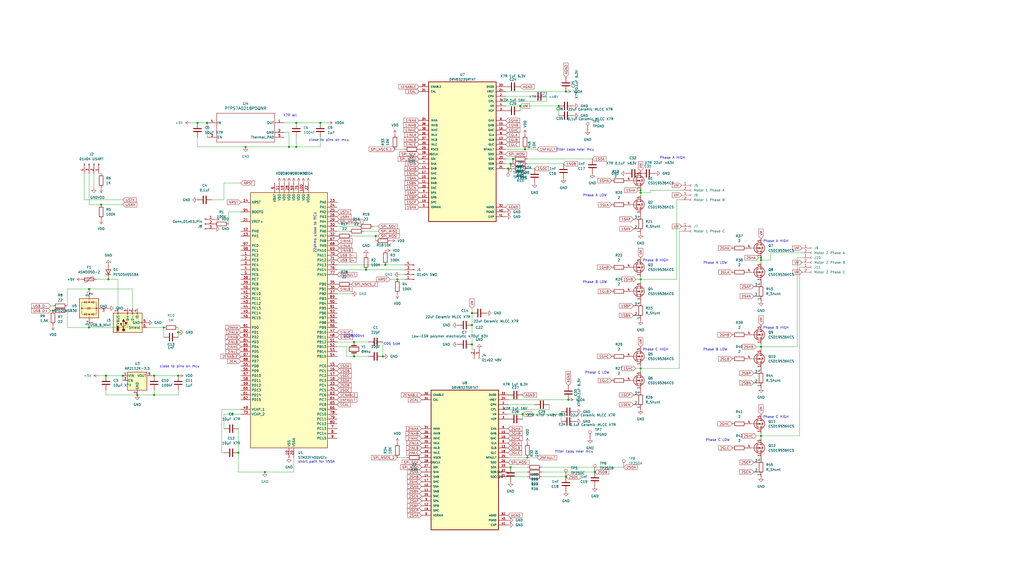
<source format=kicad_sch>
(kicad_sch (version 20250114) (generator "eeschema") (generator_version "9.0")
  (paper "User" 540.004 297.002)
  (text "short path for VSSA" (at 166.878 243.586 0) (effects (font (size 1.27 1.27))))
  (text "Phase B LOW" (at 377.19 184.404 0) (effects (font (size 1.27 1.27))))
  (text "Phase A HIGH" (at 354.584 83.312 0) (effects (font (size 1.27 1.27))))
  (text "Phase B LOW" (at 313.69 148.844 0) (effects (font (size 1.27 1.27))))
  (text "close to pins on mcu" (at 173.482 73.914 0) (effects (font (size 1.27 1.27))))
  (text "Phase C HIGH" (at 345.694 184.404 0) (effects (font (size 1.27 1.27))))
  (text "Phase A LOW" (at 313.69 103.124 0) (effects (font (size 1.27 1.27))))
  (text "filter caps near mcu" (at 302.768 238.252 0) (effects (font (size 1.27 1.27))))
  (text "Phase B HIGH" (at 345.694 137.414 0) (effects (font (size 1.27 1.27))))
  (text "Phase C LOW" (at 378.46 232.156 0) (effects (font (size 1.27 1.27))))
  (text "filter caps near mcu" (at 303.276 78.994 0) (effects (font (size 1.27 1.27))))
  (text "Phase A HIGH" (at 409.194 127.254 0) (effects (font (size 1.27 1.27))))
  (text "close to pins on mcu" (at 94.742 193.294 0) (effects (font (size 1.27 1.27))))
  (text "Phase A LOW" (at 377.19 138.684 0) (effects (font (size 1.27 1.27))))
  (text "Phase C HIGH" (at 409.194 219.964 0) (effects (font (size 1.27 1.27))))
  (text "Phase B HIGH" (at 409.194 172.974 0) (effects (font (size 1.27 1.27))))
  (text "X7R all" (at 152.908 60.96 0) (effects (font (size 1.27 1.27))))
  (text "22ohms close to MCU" (at 166.116 122.682 90) (effects (font (size 1.27 1.27))))
  (text "Phase C LOW" (at 314.96 196.596 0) (effects (font (size 1.27 1.27))))
  (text "C0G type" (at 206.756 181.356 0) (effects (font (size 1.27 1.27))))
  (text "GC0800044" (at 186.69 177.292 0) (effects (font (size 1.27 1.27))))
  (junction (at 186.69 180.34))
  (junction (at 156.21 64.77))
  (junction (at 93.98 175.26))
  (junction (at 198.12 124.46))
  (junction (at 46.99 152.4))
  (junction (at 337.82 100.33))
  (junction (at 267.97 88.9))
  (junction (at 337.82 147.32))
  (junction (at 269.24 246.38))
  (junction (at 27.94 163.83))
  (junction (at 275.59 218.44))
  (junction (at 93.98 198.12))
  (junction (at 401.32 229.87))
  (junction (at 104.14 64.77))
  (junction (at 295.91 218.44))
  (junction (at 269.24 86.36))
  (junction (at 401.32 182.88))
  (junction (at 276.86 78.74))
  (junction (at 278.13 241.3))
  (junction (at 401.32 135.89))
  (junction (at 299.72 210.82))
  (junction (at 57.15 147.32))
  (junction (at 81.28 208.28))
  (junction (at 313.69 248.92))
  (junction (at 248.92 171.45))
  (junction (at 209.55 147.32))
  (junction (at 337.82 101.6))
  (junction (at 152.4 77.47))
  (junction (at 298.45 48.26))
  (junction (at 72.39 208.28))
  (junction (at 201.93 187.96))
  (junction (at 129.54 77.47))
  (junction (at 46.99 172.72))
  (junction (at 81.28 198.12))
  (junction (at 186.69 187.96))
  (junction (at 125.73 238.76))
  (junction (at 401.32 137.16))
  (junction (at 294.64 55.88))
  (junction (at 86.36 172.72))
  (junction (at 109.22 64.77))
  (junction (at 248.92 181.61))
  (junction (at 156.21 77.47))
  (junction (at 168.91 64.77))
  (junction (at 193.04 142.24))
  (junction (at 270.51 83.82))
  (junction (at 64.77 198.12))
  (junction (at 139.7 248.92))
  (junction (at 337.82 194.31))
  (junction (at 298.45 251.46))
  (junction (at 274.32 55.88))
  (junction (at 55.88 198.12))
  (junction (at 53.34 107.95))
  (junction (at 203.2 139.7))
  (junction (at 248.92 165.1))
  (wire (pts (xy 49.53 91.44) (xy 49.53 99.06)))
  (wire (pts (xy 398.78 182.88) (xy 401.32 182.88)))
  (wire (pts (xy 421.64 140.97) (xy 421.64 229.87)))
  (wire (pts (xy 266.7 50.8) (xy 280.67 50.8)))
  (wire (pts (xy 420.37 135.89) (xy 422.91 135.89)))
  (wire (pts (xy 35.56 172.72) (xy 35.56 163.83)))
  (wire (pts (xy 266.7 53.34) (xy 288.29 53.34)))
  (wire (pts (xy 275.59 218.44) (xy 295.91 218.44)))
  (wire (pts (xy 267.97 213.36) (xy 281.94 213.36)))
  (wire (pts (xy 342.9 100.33) (xy 359.41 100.33)))
  (wire (pts (xy 69.85 152.4) (xy 69.85 162.56)))
  (wire (pts (xy 191.77 121.92) (xy 199.39 121.92)))
  (wire (pts (xy 269.24 86.36) (xy 266.7 86.36)))
  (wire (pts (xy 209.55 147.32) (xy 213.36 147.32)))
  (wire (pts (xy 248.92 162.56) (xy 248.92 165.1)))
  (wire (pts (xy 400.05 135.89) (xy 401.32 135.89)))
  (wire (pts (xy 401.32 229.87) (xy 401.32 231.14)))
  (wire (pts (xy 283.21 78.74) (xy 276.86 78.74)))
  (wire (pts (xy 139.7 248.92) (xy 125.73 248.92)))
  (wire (pts (xy 154.94 241.3) (xy 154.94 248.92)))
  (wire (pts (xy 214.63 241.3) (xy 209.55 241.3)))
  (wire (pts (xy 156.21 72.39) (xy 156.21 77.47)))
  (wire (pts (xy 156.21 64.77) (xy 168.91 64.77)))
  (wire (pts (xy 194.31 187.96) (xy 186.69 187.96)))
  (wire (pts (xy 193.04 142.24) (xy 177.8 142.24)))
  (wire (pts (xy 266.7 48.26) (xy 298.45 48.26)))
  (wire (pts (xy 401.32 135.89) (xy 401.32 137.16)))
  (wire (pts (xy 267.97 88.9) (xy 266.7 88.9)))
  (wire (pts (xy 64.77 198.12) (xy 64.77 200.66)))
  (wire (pts (xy 67.31 172.72) (xy 46.99 172.72)))
  (wire (pts (xy 295.91 218.44) (xy 295.91 217.17)))
  (wire (pts (xy 72.39 208.28) (xy 81.28 208.28)))
  (wire (pts (xy 281.94 88.9) (xy 278.13 88.9)))
  (wire (pts (xy 420.37 135.89) (xy 420.37 182.88)))
  (wire (pts (xy 198.12 124.46) (xy 199.39 124.46)))
  (wire (pts (xy 294.64 55.88) (xy 294.64 60.96)))
  (wire (pts (xy 288.29 53.34) (xy 288.29 50.8)))
  (wire (pts (xy 118.11 96.52) (xy 127 96.52)))
  (wire (pts (xy 154.94 248.92) (xy 139.7 248.92)))
  (wire (pts (xy 205.74 147.32) (xy 209.55 147.32)))
  (wire (pts (xy 118.11 218.44) (xy 118.11 226.06)))
  (wire (pts (xy 335.28 194.31) (xy 337.82 194.31)))
  (wire (pts (xy 337.82 147.32) (xy 356.87 147.32)))
  (wire (pts (xy 278.13 248.92) (xy 267.97 248.92)))
  (wire (pts (xy 177.8 121.92) (xy 184.15 121.92)))
  (wire (pts (xy 168.91 77.47) (xy 156.21 77.47)))
  (wire (pts (xy 248.92 181.61) (xy 248.92 184.15)))
  (wire (pts (xy 80.01 198.12) (xy 81.28 198.12)))
  (wire (pts (xy 81.28 198.12) (xy 93.98 198.12)))
  (wire (pts (xy 337.82 101.6) (xy 337.82 102.87)))
  (wire (pts (xy 77.47 172.72) (xy 86.36 172.72)))
  (wire (pts (xy 46.99 152.4) (xy 69.85 152.4)))
  (wire (pts (xy 201.93 180.34) (xy 201.93 187.96)))
  (wire (pts (xy 358.14 194.31) (xy 358.14 121.92)))
  (wire (pts (xy 266.7 55.88) (xy 274.32 55.88)))
  (wire (pts (xy 267.97 210.82) (xy 299.72 210.82)))
  (wire (pts (xy 116.84 215.9) (xy 116.84 238.76)))
  (wire (pts (xy 275.59 218.44) (xy 275.59 220.98)))
  (wire (pts (xy 358.14 121.92) (xy 359.41 121.92)))
  (wire (pts (xy 46.99 172.72) (xy 35.56 172.72)))
  (wire (pts (xy 104.14 72.39) (xy 104.14 77.47)))
  (wire (pts (xy 337.82 194.31) (xy 337.82 195.58)))
  (wire (pts (xy 67.31 162.56) (xy 67.31 172.72)))
  (wire (pts (xy 401.32 182.88) (xy 401.32 181.61)))
  (wire (pts (xy 298.45 251.46) (xy 285.75 251.46)))
  (wire (pts (xy 152.4 69.85) (xy 152.4 77.47)))
  (wire (pts (xy 422.91 140.97) (xy 421.64 140.97)))
  (wire (pts (xy 46.99 107.95) (xy 46.99 91.44)))
  (wire (pts (xy 270.51 83.82) (xy 266.7 83.82)))
  (wire (pts (xy 196.85 119.38) (xy 199.39 119.38)))
  (wire (pts (xy 401.32 182.88) (xy 401.32 184.15)))
  (wire (pts (xy 337.82 194.31) (xy 337.82 193.04)))
  (wire (pts (xy 149.86 69.85) (xy 152.4 69.85)))
  (wire (pts (xy 152.4 77.47) (xy 129.54 77.47)))
  (wire (pts (xy 81.28 208.28) (xy 93.98 208.28)))
  (wire (pts (xy 100.33 64.77) (xy 104.14 64.77)))
  (wire (pts (xy 52.07 198.12) (xy 55.88 198.12)))
  (wire (pts (xy 104.14 77.47) (xy 129.54 77.47)))
  (wire (pts (xy 125.73 238.76) (xy 125.73 226.06)))
  (wire (pts (xy 335.28 147.32) (xy 337.82 147.32)))
  (wire (pts (xy 93.98 205.74) (xy 93.98 208.28)))
  (wire (pts (xy 116.84 238.76) (xy 118.11 238.76)))
  (wire (pts (xy 295.91 218.44) (xy 295.91 222.25)))
  (wire (pts (xy 168.91 72.39) (xy 168.91 77.47)))
  (wire (pts (xy 93.98 172.72) (xy 93.98 175.26)))
  (wire (pts (xy 177.8 154.94) (xy 185.42 154.94)))
  (wire (pts (xy 53.34 107.95) (xy 46.99 107.95)))
  (wire (pts (xy 185.42 124.46) (xy 198.12 124.46)))
  (wire (pts (xy 57.15 147.32) (xy 62.23 147.32)))
  (wire (pts (xy 118.11 105.41) (xy 118.11 96.52)))
  (wire (pts (xy 270.51 86.36) (xy 269.24 86.36)))
  (wire (pts (xy 182.88 182.88) (xy 182.88 187.96)))
  (wire (pts (xy 35.56 152.4) (xy 46.99 152.4)))
  (wire (pts (xy 81.28 205.74) (xy 81.28 208.28)))
  (wire (pts (xy 401.32 137.16) (xy 401.32 138.43)))
  (wire (pts (xy 283.21 241.3) (xy 278.13 241.3)))
  (wire (pts (xy 342.9 101.6) (xy 342.9 100.33)))
  (wire (pts (xy 313.69 248.92) (xy 285.75 248.92)))
  (wire (pts (xy 120.65 118.11) (xy 120.65 111.76)))
  (wire (pts (xy 401.32 229.87) (xy 421.64 229.87)))
  (wire (pts (xy 116.84 215.9) (xy 127 215.9)))
  (wire (pts (xy 104.14 64.77) (xy 109.22 64.77)))
  (wire (pts (xy 177.8 180.34) (xy 186.69 180.34)))
  (wire (pts (xy 26.67 163.83) (xy 27.94 163.83)))
  (wire (pts (xy 274.32 55.88) (xy 294.64 55.88)))
  (wire (pts (xy 182.88 187.96) (xy 186.69 187.96)))
  (wire (pts (xy 401.32 182.88) (xy 420.37 182.88)))
  (wire (pts (xy 270.51 88.9) (xy 267.97 88.9)))
  (wire (pts (xy 62.23 162.56) (xy 62.23 147.32)))
  (wire (pts (xy 198.12 124.46) (xy 198.12 127)))
  (wire (pts (xy 267.97 215.9) (xy 289.56 215.9)))
  (wire (pts (xy 55.88 208.28) (xy 72.39 208.28)))
  (wire (pts (xy 406.4 133.35) (xy 406.4 137.16)))
  (wire (pts (xy 26.67 161.29) (xy 27.94 161.29)))
  (wire (pts (xy 111.76 105.41) (xy 118.11 105.41)))
  (wire (pts (xy 55.88 198.12) (xy 64.77 198.12)))
  (wire (pts (xy 248.92 171.45) (xy 248.92 181.61)))
  (wire (pts (xy 177.8 119.38) (xy 189.23 119.38)))
  (wire (pts (xy 52.07 91.44) (xy 53.34 91.44)))
  (wire (pts (xy 35.56 161.29) (xy 35.56 152.4)))
  (wire (pts (xy 64.77 107.95) (xy 53.34 107.95)))
  (wire (pts (xy 274.32 55.88) (xy 274.32 58.42)))
  (wire (pts (xy 156.21 77.47) (xy 152.4 77.47)))
  (wire (pts (xy 193.04 142.24) (xy 213.36 142.24)))
  (wire (pts (xy 210.82 144.78) (xy 213.36 144.78)))
  (wire (pts (xy 356.87 105.41) (xy 359.41 105.41)))
  (wire (pts (xy 328.93 246.38) (xy 285.75 246.38)))
  (wire (pts (xy 194.31 180.34) (xy 186.69 180.34)))
  (wire (pts (xy 278.13 251.46) (xy 267.97 251.46)))
  (wire (pts (xy 55.88 205.74) (xy 55.88 208.28)))
  (wire (pts (xy 312.42 83.82) (xy 278.13 83.82)))
  (wire (pts (xy 276.86 78.74) (xy 266.7 78.74)))
  (wire (pts (xy 278.13 246.38) (xy 269.24 246.38)))
  (wire (pts (xy 398.78 229.87) (xy 401.32 229.87)))
  (wire (pts (xy 297.18 86.36) (xy 278.13 86.36)))
  (wire (pts (xy 289.56 215.9) (xy 289.56 213.36)))
  (wire (pts (xy 177.8 182.88) (xy 182.88 182.88)))
  (wire (pts (xy 337.82 147.32) (xy 337.82 148.59)))
  (wire (pts (xy 342.9 101.6) (xy 337.82 101.6)))
  (wire (pts (xy 248.92 184.15) (xy 250.19 184.15)))
  (wire (pts (xy 213.36 78.74) (xy 208.28 78.74)))
  (wire (pts (xy 109.22 64.77) (xy 109.22 72.39)))
  (wire (pts (xy 125.73 248.92) (xy 125.73 238.76)))
  (wire (pts (xy 44.45 91.44) (xy 44.45 105.41)))
  (wire (pts (xy 168.91 64.77) (xy 172.72 64.77)))
  (wire (pts (xy 127 218.44) (xy 118.11 218.44)))
  (wire (pts (xy 356.87 147.32) (xy 356.87 105.41)))
  (wire (pts (xy 336.55 100.33) (xy 337.82 100.33)))
  (wire (pts (xy 406.4 137.16) (xy 401.32 137.16)))
  (wire (pts (xy 337.82 100.33) (xy 337.82 101.6)))
  (wire (pts (xy 86.36 172.72) (xy 86.36 177.8)))
  (wire (pts (xy 50.8 147.32) (xy 57.15 147.32)))
  (wire (pts (xy 269.24 246.38) (xy 267.97 246.38)))
  (wire (pts (xy 120.65 111.76) (xy 127 111.76)))
  (wire (pts (xy 44.45 105.41) (xy 64.77 105.41)))
  (wire (pts (xy 203.2 139.7) (xy 213.36 139.7)))
  (wire (pts (xy 401.32 229.87) (xy 401.32 228.6)))
  (wire (pts (xy 267.97 218.44) (xy 275.59 218.44)))
  (wire (pts (xy 248.92 165.1) (xy 248.92 171.45)))
  (wire (pts (xy 278.13 241.3) (xy 267.97 241.3)))
  (wire (pts (xy 422.91 133.35) (xy 406.4 133.35)))
  (wire (pts (xy 337.82 147.32) (xy 337.82 146.05)))
  (wire (pts (xy 177.8 139.7) (xy 203.2 139.7)))
  (wire (pts (xy 337.82 194.31) (xy 358.14 194.31)))
  (wire (pts (xy 93.98 175.26) (xy 93.98 177.8)))
  (wire (pts (xy 149.86 64.77) (xy 156.21 64.77)))
  (global_label "1GLC" (shape input) (at 322.58 200.66 180) (property "Intersheetrefs" "${INTERSHEET_REFS}" (effects (hide yes))))
  (global_label "2INHC" (shape input) (at 127 182.88 180) (property "Intersheetrefs" "${INTERSHEET_REFS}" (effects (hide yes))))
  (global_label "AGND" (shape input) (at 298.45 40.64 90) (property "Intersheetrefs" "${INTERSHEET_REFS}" (effects (hide yes))))
  (global_label "2SBP" (shape input) (at 397.51 196.85 180) (property "Intersheetrefs" "${INTERSHEET_REFS}" (effects (hide yes))))
  (global_label "1SHA" (shape input) (at 220.98 86.36 180) (property "Intersheetrefs" "${INTERSHEET_REFS}" (effects (hide yes))))
  (global_label "1INLC" (shape input) (at 177.8 175.26 0) (property "Intersheetrefs" "${INTERSHEET_REFS}" (effects (hide yes))))
  (global_label "1SBN" (shape input) (at 220.98 96.52 180) (property "Intersheetrefs" "${INTERSHEET_REFS}" (effects (hide yes))))
  (global_label "1CAL" (shape input) (at 220.98 48.26 180) (property "Intersheetrefs" "${INTERSHEET_REFS}" (effects (hide yes))))
  (global_label "1SCP" (shape input) (at 220.98 106.68 180) (property "Intersheetrefs" "${INTERSHEET_REFS}" (effects (hide yes))))
  (global_label "2GLB" (shape input) (at 267.97 236.22 0) (property "Intersheetrefs" "${INTERSHEET_REFS}" (effects (hide yes))))
  (global_label "2SBP" (shape input) (at 222.25 266.7 180) (property "Intersheetrefs" "${INTERSHEET_REFS}" (effects (hide yes))))
  (global_label "SPI_NSCS_1" (shape input) (at 177.8 116.84 0) (property "Intersheetrefs" "${INTERSHEET_REFS}" (effects (hide yes))))
  (global_label "VM" (shape input) (at 359.41 102.87 180) (property "Intersheetrefs" "${INTERSHEET_REFS}" (effects (hide yes))))
  (global_label "1SOC" (shape input) (at 281.94 88.9 0) (property "Intersheetrefs" "${INTERSHEET_REFS}" (effects (hide yes))))
  (global_label "1INHC" (shape input) (at 220.98 68.58 180) (property "Intersheetrefs" "${INTERSHEET_REFS}" (effects (hide yes))))
  (global_label "1SHB" (shape input) (at 335.28 147.32 180) (property "Intersheetrefs" "${INTERSHEET_REFS}" (effects (hide yes))))
  (global_label "1GHA" (shape input) (at 266.7 63.5 0) (property "Intersheetrefs" "${INTERSHEET_REFS}" (effects (hide yes))))
  (global_label "2SHC" (shape input) (at 222.25 254 180) (property "Intersheetrefs" "${INTERSHEET_REFS}" (effects (hide yes))))
  (global_label "2GHA" (shape input) (at 386.08 130.81 180) (property "Intersheetrefs" "${INTERSHEET_REFS}" (effects (hide yes))))
  (global_label "2GLB" (shape input) (at 386.08 189.23 180) (property "Intersheetrefs" "${INTERSHEET_REFS}" (effects (hide yes))))
  (global_label "VM" (shape input) (at 248.92 162.56 90) (property "Intersheetrefs" "${INTERSHEET_REFS}" (effects (hide yes))))
  (global_label "1SHC" (shape input) (at 220.98 91.44 180) (property "Intersheetrefs" "${INTERSHEET_REFS}" (effects (hide yes))))
  (global_label "1SBP" (shape input) (at 334.01 161.29 180) (property "Intersheetrefs" "${INTERSHEET_REFS}" (effects (hide yes))))
  (global_label "SPI_MISO" (shape input) (at 220.98 83.82 180) (property "Intersheetrefs" "${INTERSHEET_REFS}" (effects (hide yes))))
  (global_label "1INHA" (shape input) (at 177.8 127 0) (property "Intersheetrefs" "${INTERSHEET_REFS}" (effects (hide yes))))
  (global_label "NRST" (shape input) (at 205.74 147.32 180) (property "Intersheetrefs" "${INTERSHEET_REFS}" (effects (hide yes))))
  (global_label "1SHB" (shape input) (at 220.98 88.9 180) (property "Intersheetrefs" "${INTERSHEET_REFS}" (effects (hide yes))))
  (global_label "2ENABLE" (shape input) (at 222.25 208.28 180) (property "Intersheetrefs" "${INTERSHEET_REFS}" (effects (hide yes))))
  (global_label "VM" (shape input) (at 359.41 119.38 180) (property "Intersheetrefs" "${INTERSHEET_REFS}" (effects (hide yes))))
  (global_label "1SAP" (shape input) (at 334.01 115.57 180) (property "Intersheetrefs" "${INTERSHEET_REFS}" (effects (hide yes))))
  (global_label "1GLB" (shape input) (at 266.7 73.66 0) (property "Intersheetrefs" "${INTERSHEET_REFS}" (effects (hide yes))))
  (global_label "SPI_MISO" (shape input) (at 199.39 121.92 0) (property "Intersheetrefs" "${INTERSHEET_REFS}" (effects (hide yes))))
  (global_label "2SOC" (shape input) (at 177.8 205.74 0) (property "Intersheetrefs" "${INTERSHEET_REFS}" (effects (hide yes))))
  (global_label "SPI_MOSI" (shape input) (at 266.7 81.28 0) (property "Intersheetrefs" "${INTERSHEET_REFS}" (effects (hide yes))))
  (global_label "2GHB" (shape input) (at 386.08 176.53 180) (property "Intersheetrefs" "${INTERSHEET_REFS}" (effects (hide yes))))
  (global_label "2GLC" (shape input) (at 386.08 236.22 180) (property "Intersheetrefs" "${INTERSHEET_REFS}" (effects (hide yes))))
  (global_label "1GLA" (shape input) (at 266.7 71.12 0) (property "Intersheetrefs" "${INTERSHEET_REFS}" (effects (hide yes))))
  (global_label "SPI_SCK" (shape input) (at 222.25 243.84 180) (property "Intersheetrefs" "${INTERSHEET_REFS}" (effects (hide yes))))
  (global_label "2INHB" (shape input) (at 222.25 228.6 180) (property "Intersheetrefs" "${INTERSHEET_REFS}" (effects (hide yes))))
  (global_label "2SCP" (shape input) (at 222.25 269.24 180) (property "Intersheetrefs" "${INTERSHEET_REFS}" (effects (hide yes))))
  (global_label "1SHA" (shape input) (at 220.98 109.22 180) (property "Intersheetrefs" "${INTERSHEET_REFS}" (effects (hide yes))))
  (global_label "2GHC" (shape input) (at 386.08 223.52 180) (property "Intersheetrefs" "${INTERSHEET_REFS}" (effects (hide yes))))
  (global_label "2SAN" (shape input) (at 222.25 256.54 180) (property "Intersheetrefs" "${INTERSHEET_REFS}" (effects (hide yes))))
  (global_label "2SOC" (shape input) (at 298.45 251.46 0) (property "Intersheetrefs" "${INTERSHEET_REFS}" (effects (hide yes))))
  (global_label "2GHB" (shape input) (at 267.97 228.6 0) (property "Intersheetrefs" "${INTERSHEET_REFS}" (effects (hide yes))))
  (global_label "AGND" (shape input) (at 266.7 109.22 0) (property "Intersheetrefs" "${INTERSHEET_REFS}" (effects (hide yes))))
  (global_label "2SOA" (shape input) (at 177.8 200.66 0) (property "Intersheetrefs" "${INTERSHEET_REFS}" (effects (hide yes))))
  (global_label "NRST" (shape input) (at 127 96.52 0) (property "Intersheetrefs" "${INTERSHEET_REFS}" (effects (hide yes))))
  (global_label "1INLA" (shape input) (at 177.8 129.54 0) (property "Intersheetrefs" "${INTERSHEET_REFS}" (effects (hide yes))))
  (global_label "AGND" (shape input) (at 275.59 208.28 0) (property "Intersheetrefs" "${INTERSHEET_REFS}" (effects (hide yes))))
  (global_label "1ENABLE" (shape input) (at 177.8 208.28 0) (property "Intersheetrefs" "${INTERSHEET_REFS}" (effects (hide yes))))
  (global_label "USTX" (shape input) (at 177.8 111.76 0) (property "Intersheetrefs" "${INTERSHEET_REFS}" (effects (hide yes))))
  (global_label "USB D+" (shape input) (at 177.8 137.16 0) (property "Intersheetrefs" "${INTERSHEET_REFS}" (effects (hide yes))))
  (global_label "VM" (shape input) (at 401.32 171.45 90) (property "Intersheetrefs" "${INTERSHEET_REFS}" (effects (hide yes))))
  (global_label "2INLA" (shape input) (at 222.25 233.68 180) (property "Intersheetrefs" "${INTERSHEET_REFS}" (effects (hide yes))))
  (global_label "VM" (shape input) (at 337.82 135.89 90) (property "Intersheetrefs" "${INTERSHEET_REFS}" (effects (hide yes))))
  (global_label "1INHB" (shape input) (at 220.98 66.04 180) (property "Intersheetrefs" "${INTERSHEET_REFS}" (effects (hide yes))))
  (global_label "1INHC" (shape input) (at 177.8 177.8 0) (property "Intersheetrefs" "${INTERSHEET_REFS}" (effects (hide yes))))
  (global_label "SPI_SCK" (shape input) (at 220.98 81.28 180) (property "Intersheetrefs" "${INTERSHEET_REFS}" (effects (hide yes))))
  (global_label "1SCN" (shape input) (at 220.98 99.06 180) (property "Intersheetrefs" "${INTERSHEET_REFS}" (effects (hide yes))))
  (global_label "2SHA" (shape input) (at 222.25 248.92 180) (property "Intersheetrefs" "${INTERSHEET_REFS}" (effects (hide yes))))
  (global_label "1SOA" (shape input) (at 177.8 193.04 0) (property "Intersheetrefs" "${INTERSHEET_REFS}" (effects (hide yes))))
  (global_label "1GHA" (shape input) (at 322.58 95.25 180) (property "Intersheetrefs" "${INTERSHEET_REFS}" (effects (hide yes))))
  (global_label "USRX" (shape input) (at 64.77 107.95 0) (property "Intersheetrefs" "${INTERSHEET_REFS}" (effects (hide yes))))
  (global_label "AGND" (shape input) (at 299.72 203.2 90) (property "Intersheetrefs" "${INTERSHEET_REFS}" (effects (hide yes))))
  (global_label "1INLB" (shape input) (at 177.8 152.4 0) (property "Intersheetrefs" "${INTERSHEET_REFS}" (effects (hide yes))))
  (global_label "VM" (shape input) (at 337.82 90.17 90) (property "Intersheetrefs" "${INTERSHEET_REFS}" (effects (hide yes))))
  (global_label "2GLA" (shape input) (at 386.08 143.51 180) (property "Intersheetrefs" "${INTERSHEET_REFS}" (effects (hide yes))))
  (global_label "2INLC" (shape input) (at 222.25 238.76 180) (property "Intersheetrefs" "${INTERSHEET_REFS}" (effects (hide yes))))
  (global_label "NRST" (shape input) (at 127 106.68 180) (property "Intersheetrefs" "${INTERSHEET_REFS}" (effects (hide yes))))
  (global_label "1SBP" (shape input) (at 220.98 104.14 180) (property "Intersheetrefs" "${INTERSHEET_REFS}" (effects (hide yes))))
  (global_label "VM" (shape input) (at 422.91 130.81 180) (property "Intersheetrefs" "${INTERSHEET_REFS}" (effects (hide yes))))
  (global_label "1SAN" (shape input) (at 334.01 120.65 180) (property "Intersheetrefs" "${INTERSHEET_REFS}" (effects (hide yes))))
  (global_label "1SHC" (shape input) (at 335.28 194.31 180) (property "Intersheetrefs" "${INTERSHEET_REFS}" (effects (hide yes))))
  (global_label "2INLB" (shape input) (at 127 180.34 180) (property "Intersheetrefs" "${INTERSHEET_REFS}" (effects (hide yes))))
  (global_label "2SAP" (shape input) (at 222.25 264.16 180) (property "Intersheetrefs" "${INTERSHEET_REFS}" (effects (hide yes))))
  (global_label "1SAN" (shape input) (at 220.98 93.98 180) (property "Intersheetrefs" "${INTERSHEET_REFS}" (effects (hide yes))))
  (global_label "2SBN" (shape input) (at 397.51 201.93 180) (property "Intersheetrefs" "${INTERSHEET_REFS}" (effects (hide yes))))
  (global_label "1SOB" (shape input) (at 297.18 86.36 0) (property "Intersheetrefs" "${INTERSHEET_REFS}" (effects (hide yes))))
  (global_label "SPI_MISO" (shape input) (at 222.25 246.38 180) (property "Intersheetrefs" "${INTERSHEET_REFS}" (effects (hide yes))))
  (global_label "1GLB" (shape input) (at 322.58 153.67 180) (property "Intersheetrefs" "${INTERSHEET_REFS}" (effects (hide yes))))
  (global_label "2SAN" (shape input) (at 397.51 156.21 180) (property "Intersheetrefs" "${INTERSHEET_REFS}" (effects (hide yes))))
  (global_label "VM" (shape input) (at 337.82 182.88 90) (property "Intersheetrefs" "${INTERSHEET_REFS}" (effects (hide yes))))
  (global_label "1INLC" (shape input) (at 220.98 76.2 180) (property "Intersheetrefs" "${INTERSHEET_REFS}" (effects (hide yes))))
  (global_label "1SCP" (shape input) (at 334.01 208.28 180) (property "Intersheetrefs" "${INTERSHEET_REFS}" (effects (hide yes))))
  (global_label "SPI_NSCS_2" (shape input) (at 209.55 241.3 180) (property "Intersheetrefs" "${INTERSHEET_REFS}" (effects (hide yes))))
  (global_label "VM" (shape input) (at 274.32 55.88 0) (property "Intersheetrefs" "${INTERSHEET_REFS}" (effects (hide yes))))
  (global_label "1NFAULT" (shape input) (at 283.21 78.74 0) (property "Intersheetrefs" "${INTERSHEET_REFS}" (effects (hide yes))))
  (global_label "USTX" (shape input) (at 64.77 105.41 0) (property "Intersheetrefs" "${INTERSHEET_REFS}" (effects (hide yes))))
  (global_label "2SCP" (shape input) (at 397.51 243.84 180) (property "Intersheetrefs" "${INTERSHEET_REFS}" (effects (hide yes))))
  (global_label "1SHA" (shape input) (at 336.55 100.33 180) (property "Intersheetrefs" "${INTERSHEET_REFS}" (effects (hide yes))))
  (global_label "1INHB" (shape input) (at 177.8 132.08 0) (property "Intersheetrefs" "${INTERSHEET_REFS}" (effects (hide yes))))
  (global_label "2SCN" (shape input) (at 397.51 248.92 180) (property "Intersheetrefs" "${INTERSHEET_REFS}" (effects (hide yes))))
  (global_label "1GLA" (shape input) (at 322.58 107.95 180) (property "Intersheetrefs" "${INTERSHEET_REFS}" (effects (hide yes))))
  (global_label "1NFAULT" (shape input) (at 177.8 210.82 0) (property "Intersheetrefs" "${INTERSHEET_REFS}" (effects (hide yes))))
  (global_label "2SBN" (shape input) (at 222.25 259.08 180) (property "Intersheetrefs" "${INTERSHEET_REFS}" (effects (hide yes))))
  (global_label "2SCN" (shape input) (at 222.25 261.62 180) (property "Intersheetrefs" "${INTERSHEET_REFS}" (effects (hide yes))))
  (global_label "1SAP" (shape input) (at 220.98 101.6 180) (property "Intersheetrefs" "${INTERSHEET_REFS}" (effects (hide yes))))
  (global_label "1INLA" (shape input) (at 220.98 71.12 180) (property "Intersheetrefs" "${INTERSHEET_REFS}" (effects (hide yes))))
  (global_label "2SHB" (shape input) (at 222.25 251.46 180) (property "Intersheetrefs" "${INTERSHEET_REFS}" (effects (hide yes))))
  (global_label "1SBN" (shape input) (at 334.01 166.37 180) (property "Intersheetrefs" "${INTERSHEET_REFS}" (effects (hide yes))))
  (global_label "2INLC" (shape input) (at 127 185.42 180) (property "Intersheetrefs" "${INTERSHEET_REFS}" (effects (hide yes))))
  (global_label "2ENABLE" (shape input) (at 127 187.96 180) (property "Intersheetrefs" "${INTERSHEET_REFS}" (effects (hide yes))))
  (global_label "2GLC" (shape input) (at 267.97 238.76 0) (property "Intersheetrefs" "${INTERSHEET_REFS}" (effects (hide yes))))
  (global_label "SPI_SCK" (shape input) (at 199.39 119.38 0) (property "Intersheetrefs" "${INTERSHEET_REFS}" (effects (hide yes))))
  (global_label "2INHC" (shape input) (at 222.25 231.14 180) (property "Intersheetrefs" "${INTERSHEET_REFS}" (effects (hide yes))))
  (global_label "VM" (shape input) (at 401.32 125.73 90) (property "Intersheetrefs" "${INTERSHEET_REFS}" (effects (hide yes))))
  (global_label "2INHA" (shape input) (at 222.25 226.06 180) (property "Intersheetrefs" "${INTERSHEET_REFS}" (effects (hide yes))))
  (global_label "1INHA" (shape input) (at 220.98 63.5 180) (property "Intersheetrefs" "${INTERSHEET_REFS}" (effects (hide yes))))
  (global_label "USB D+" (shape input) (at 26.67 163.83 180) (property "Intersheetrefs" "${INTERSHEET_REFS}" (effects (hide yes))))
  (global_label "1SCN" (shape input) (at 334.01 213.36 180) (property "Intersheetrefs" "${INTERSHEET_REFS}" (effects (hide yes))))
  (global_label "1GLC" (shape input) (at 266.7 76.2 0) (property "Intersheetrefs" "${INTERSHEET_REFS}" (effects (hide yes))))
  (global_label "1ENABLE" (shape input) (at 220.98 45.72 180) (property "Intersheetrefs" "${INTERSHEET_REFS}" (effects (hide yes))))
  (global_label "2GHC" (shape input) (at 267.97 231.14 0) (property "Intersheetrefs" "${INTERSHEET_REFS}" (effects (hide yes))))
  (global_label "AGND" (shape input) (at 274.32 45.72 0) (property "Intersheetrefs" "${INTERSHEET_REFS}" (effects (hide yes))))
  (global_label "1GHC" (shape input) (at 266.7 68.58 0) (property "Intersheetrefs" "${INTERSHEET_REFS}" (effects (hide yes))))
  (global_label "VM" (shape input) (at 275.59 218.44 0) (property "Intersheetrefs" "${INTERSHEET_REFS}" (effects (hide yes))))
  (global_label "1GHB" (shape input) (at 322.58 140.97 180) (property "Intersheetrefs" "${INTERSHEET_REFS}" (effects (hide yes))))
  (global_label "2NFAULT" (shape input) (at 177.8 144.78 0) (property "Intersheetrefs" "${INTERSHEET_REFS}" (effects (hide yes))))
  (global_label "2GHA" (shape input) (at 267.97 226.06 0) (property "Intersheetrefs" "${INTERSHEET_REFS}" (effects (hide yes))))
  (global_label "1INLB" (shape input) (at 220.98 73.66 180) (property "Intersheetrefs" "${INTERSHEET_REFS}" (effects (hide yes))))
  (global_label "2SHC" (shape input) (at 398.78 229.87 180) (property "Intersheetrefs" "${INTERSHEET_REFS}" (effects (hide yes))))
  (global_label "VM" (shape input) (at 422.91 138.43 180) (property "Intersheetrefs" "${INTERSHEET_REFS}" (effects (hide yes))))
  (global_label "SPI_NSCS_2" (shape input) (at 185.42 149.86 0) (property "Intersheetrefs" "${INTERSHEET_REFS}" (effects (hide yes))))
  (global_label "AGND" (shape input) (at 267.97 271.78 0) (property "Intersheetrefs" "${INTERSHEET_REFS}" (effects (hide yes))))
  (global_label "2GLA" (shape input) (at 267.97 233.68 0) (property "Intersheetrefs" "${INTERSHEET_REFS}" (effects (hide yes))))
  (global_label "2SHB" (shape input) (at 398.78 182.88 180) (property "Intersheetrefs" "${INTERSHEET_REFS}" (effects (hide yes))))
  (global_label "VM" (shape input) (at 401.32 218.44 90) (property "Intersheetrefs" "${INTERSHEET_REFS}" (effects (hide yes))))
  (global_label "SPI_MOSI" (shape input) (at 199.39 124.46 0) (property "Intersheetrefs" "${INTERSHEET_REFS}" (effects (hide yes))))
  (global_label "2INHA" (shape input) (at 127 172.72 180) (property "Intersheetrefs" "${INTERSHEET_REFS}" (effects (hide yes))))
  (global_label "VM" (shape input) (at 359.41 97.79 180) (property "Intersheetrefs" "${INTERSHEET_REFS}" (effects (hide yes))))
  (global_label "1CAL" (shape input) (at 177.8 213.36 0) (property "Intersheetrefs" "${INTERSHEET_REFS}" (effects (hide yes))))
  (global_label "1GHB" (shape input) (at 266.7 66.04 0) (property "Intersheetrefs" "${INTERSHEET_REFS}" (effects (hide yes))))
  (global_label "1GHC" (shape input) (at 322.58 187.96 180) (property "Intersheetrefs" "${INTERSHEET_REFS}" (effects (hide yes))))
  (global_label "1SOB" (shape input) (at 177.8 195.58 0) (property "Intersheetrefs" "${INTERSHEET_REFS}" (effects (hide yes))))
  (global_label "VM" (shape input) (at 422.91 143.51 180) (property "Intersheetrefs" "${INTERSHEET_REFS}" (effects (hide yes))))
  (global_label "2SOB" (shape input) (at 313.69 248.92 0) (property "Intersheetrefs" "${INTERSHEET_REFS}" (effects (hide yes))))
  (global_label "SPI_MOSI" (shape input) (at 267.97 243.84 0) (property "Intersheetrefs" "${INTERSHEET_REFS}" (effects (hide yes))))
  (global_label "2SOB" (shape input) (at 177.8 203.2 0) (property "Intersheetrefs" "${INTERSHEET_REFS}" (effects (hide yes))))
  (global_label "2CAL" (shape input) (at 222.25 210.82 180) (property "Intersheetrefs" "${INTERSHEET_REFS}" (effects (hide yes))))
  (global_label "SPI_NSCS_1" (shape input) (at 208.28 78.74 180) (property "Intersheetrefs" "${INTERSHEET_REFS}" (effects (hide yes))))
  (global_label "2INHB" (shape input) (at 127 177.8 180) (property "Intersheetrefs" "${INTERSHEET_REFS}" (effects (hide yes))))
  (global_label "2INLA" (shape input) (at 127 175.26 180) (property "Intersheetrefs" "${INTERSHEET_REFS}" (effects (hide yes))))
  (global_label "2SHA" (shape input) (at 222.25 271.78 180) (property "Intersheetrefs" "${INTERSHEET_REFS}" (effects (hide yes))))
  (global_label "2NFAULT" (shape input) (at 283.21 241.3 0) (property "Intersheetrefs" "${INTERSHEET_REFS}" (effects (hide yes))))
  (global_label "2SOA" (shape input) (at 328.93 246.38 0) (property "Intersheetrefs" "${INTERSHEET_REFS}" (effects (hide yes))))
  (global_label "1SOC" (shape input) (at 177.8 198.12 0) (property "Intersheetrefs" "${INTERSHEET_REFS}" (effects (hide yes))))
  (global_label "USB D-" (shape input) (at 177.8 134.62 0) (property "Intersheetrefs" "${INTERSHEET_REFS}" (effects (hide yes))))
  (global_label "2SAP" (shape input) (at 397.51 151.13 180) (property "Intersheetrefs" "${INTERSHEET_REFS}" (effects (hide yes))))
  (global_label "USRX" (shape input) (at 177.8 114.3 0) (property "Intersheetrefs" "${INTERSHEET_REFS}" (effects (hide yes))))
  (global_label "2CAL" (shape input) (at 127 190.5 180) (property "Intersheetrefs" "${INTERSHEET_REFS}" (effects (hide yes))))
  (global_label "2SHA" (shape input) (at 400.05 135.89 180) (property "Intersheetrefs" "${INTERSHEET_REFS}" (effects (hide yes))))
  (global_label "2INLB" (shape input) (at 222.25 236.22 180) (property "Intersheetrefs" "${INTERSHEET_REFS}" (effects (hide yes))))
  (global_label "USB D-" (shape input) (at 26.67 161.29 180) (property "Intersheetrefs" "${INTERSHEET_REFS}" (effects (hide yes))))
  (global_label "1SOA" (shape input) (at 312.42 83.82 0) (property "Intersheetrefs" "${INTERSHEET_REFS}" (effects (hide yes))))
  (symbol (lib_id "Transistor_FET:CSD19532Q5B") (at 335.28 107.95 0) (unit 1)
    (property "Reference" "Q2" (at 341.63 106.6799 0) (effects (justify left)))
    (property "Value" "CSD19536KCS" (at 341.63 109.2199 0) (effects (justify left)))
    (property "Footprint" "0548190519:TO254P1036X470X1965-3" (effects (hide yes)))
    (property "Datasheet" "http://www.ti.com/lit/gpn/csd19532q5b" (effects (hide yes)))
    (property "Description" "100A Id, 100V Vds, NexFET N-Channel Power MOSFET, 4.9mOhm Ron, 48nC Qg(typ), SON8 5x6mm" (effects (hide yes)))
  )
  (symbol (lib_id "Connector:TestPoint") (at 313.69 248.92 0) (unit 1)
    (property "Reference" "TP6" (at 316.23 244.3479 0) (effects (justify left)))
    (property "Value" "TP2SOB" (at 316.23 246.8879 0) (effects (justify left)))
    (property "Footprint" "TestPoint:TestPoint_Pad_D2.0mm" (effects (hide yes)))
    (property "Description" "test point" (effects (hide yes)))
  )
  (symbol (lib_id "power:GND") (at 281.94 96.52 0) (unit 1)
    (property "Reference" "#PWR044" (effects (hide yes)))
    (property "Value" "GND" (at 281.94 101.6 0))
    (property "Description" "Power symbol creates a global label with name \"GND\" , ground" (effects (hide yes)))
  )
  (symbol (lib_id "power:GND") (at 139.7 248.92 0) (unit 1)
    (property "Reference" "#PWR019" (effects (hide yes)))
    (property "Value" "GND" (at 139.7 254 0))
    (property "Description" "Power symbol creates a global label with name \"GND\" , ground" (effects (hide yes)))
  )
  (symbol (lib_id "Transistor_FET:CSD19532Q5B") (at 335.28 95.25 0) (unit 1)
    (property "Reference" "Q1" (at 341.63 93.9799 0) (effects (justify left)))
    (property "Value" "CSD19536KCS" (at 341.63 96.5199 0) (effects (justify left)))
    (property "Footprint" "0548190519:TO254P1036X470X1965-3" (effects (hide yes)))
    (property "Datasheet" "http://www.ti.com/lit/gpn/csd19532q5b" (effects (hide yes)))
    (property "Description" "100A Id, 100V Vds, NexFET N-Channel Power MOSFET, 4.9mOhm Ron, 48nC Qg(typ), SON8 5x6mm" (effects (hide yes)))
  )
  (symbol (lib_id "Connector:USB_B_Mini") (at 67.31 170.18 90) (unit 1)
    (property "Reference" "J3" (at 58.42 168.9099 90) (effects (justify left)))
    (property "Value" "USB_B_Mini" (at 58.42 171.4499 90) (effects (justify left)))
    (property "Footprint" "Keebio-Parts:USB-Mini-B_2leg" (effects (hide yes)))
    (property "Description" "USB Mini Type B connector" (effects (hide yes)))
  )
  (symbol (lib_id "power:VDD") (at 154.94 96.52 0) (unit 1)
    (property "Reference" "#PWR023" (effects (hide yes)))
    (property "Value" "VDD" (at 154.94 91.44 0))
    (property "Description" "Power symbol creates a global label with name \"VDD\"" (effects (hide yes)))
  )
  (symbol (lib_id "Transistor_FET:CSD19532Q5B") (at 335.28 153.67 0) (unit 1)
    (property "Reference" "Q4" (at 341.63 152.3999 0) (effects (justify left)))
    (property "Value" "CSD19536KCS" (at 341.63 154.9399 0) (effects (justify left)))
    (property "Footprint" "0548190519:TO254P1036X470X1965-3" (effects (hide yes)))
    (property "Datasheet" "http://www.ti.com/lit/gpn/csd19532q5b" (effects (hide yes)))
    (property "Description" "100A Id, 100V Vds, NexFET N-Channel Power MOSFET, 4.9mOhm Ron, 48nC Qg(typ), SON8 5x6mm" (effects (hide yes)))
  )
  (symbol (lib_id "Device:C") (at 341.63 91.44 270) (unit 1)
    (property "Reference" "C31" (at 341.63 87.63 90))
    (property "Value" "X7R 22uF >63V" (at 347.726 85.852 90))
    (property "Footprint" "Capacitor_SMD:C_0603_1608Metric" (effects (hide yes)))
    (property "Description" "Unpolarized capacitor" (effects (hide yes)))
  )
  (symbol (lib_id "power:GND") (at 302.26 60.96 90) (unit 1)
    (property "Reference" "#PWR074" (effects (hide yes)))
    (property "Value" "GND" (at 306.07 60.9601 90) (effects (justify right)))
    (property "Description" "Power symbol creates a global label with name \"GND\" , ground" (effects (hide yes)))
  )
  (symbol (lib_id "Device:C") (at 270.51 45.72 270) (unit 1)
    (property "Reference" "C24" (at 270.51 41.91 90))
    (property "Value" "X7R 1uF 6.3V" (at 270.51 40.132 90))
    (property "Footprint" "Capacitor_SMD:C_0603_1608Metric" (effects (hide yes)))
    (property "Description" "Unpolarized capacitor" (effects (hide yes)))
  )
  (symbol (lib_id "power:+5V") (at 100.33 64.77 90) (unit 1)
    (property "Reference" "#PWR014" (effects (hide yes)))
    (property "Value" "+5V" (at 96.52 64.7699 90) (effects (justify left)))
    (property "Description" "Power symbol creates a global label with name \"+5V\"" (effects (hide yes)))
  )
  (symbol (lib_id "Device:C") (at 156.21 68.58 0) (unit 1)
    (property "Reference" "C6" (at 160.02 67.3099 0) (effects (justify left)))
    (property "Value" "10 0nF" (at 160.02 69.8499 0) (effects (justify left)))
    (property "Footprint" "Capacitor_SMD:C_0603_1608Metric" (effects (hide yes)))
    (property "Description" "Unpolarized capacitor" (effects (hide yes)))
  )
  (symbol (lib_id "Device:C") (at 297.18 90.17 180) (unit 1)
    (property "Reference" "C16" (at 293.37 91.4401 0) (effects (justify left)))
    (property "Value" "1nF" (at 293.37 88.9001 0) (effects (justify left)))
    (property "Footprint" "Capacitor_SMD:C_0603_1608Metric" (effects (hide yes)))
    (property "Description" "Unpolarized capacitor" (effects (hide yes)))
  )
  (symbol (lib_id "Device:R") (at 181.61 124.46 270) (unit 1)
    (property "Reference" "R17" (at 181.61 118.11 90))
    (property "Value" "22" (at 181.61 120.65 90))
    (property "Footprint" "Resistor_SMD:R_0603_1608Metric" (effects (hide yes)))
    (property "Description" "Resistor" (effects (hide yes)))
  )
  (symbol (lib_id "power:GND") (at 330.2 91.44 270) (unit 1)
    (property "Reference" "#PWR067" (effects (hide yes)))
    (property "Value" "GND" (at 326.39 91.4399 90) (effects (justify right)))
    (property "Description" "Power symbol creates a global label with name \"GND\" , ground" (effects (hide yes)))
  )
  (symbol (lib_id "power:GND") (at 401.32 251.46 0) (unit 1)
    (property "Reference" "#PWR065" (effects (hide yes)))
    (property "Value" "GND" (at 401.32 256.54 0))
    (property "Description" "Power symbol creates a global label with name \"GND\" , ground" (effects (hide yes)))
  )
  (symbol (lib_id "Device:R_Shunt") (at 401.32 199.39 180) (unit 1)
    (property "Reference" "R44" (at 403.86 198.1199 0) (effects (justify right)))
    (property "Value" "R_Shunt" (at 403.86 200.6599 0) (effects (justify right)))
    (property "Footprint" "WSK1216:RES_WSK12161L000FEA" (effects (hide yes)))
    (property "Description" "Shunt resistor" (effects (hide yes)))
  )
  (symbol (lib_id "Regulator_Linear:AP2112K-3.3") (at 72.39 200.66 0) (unit 1)
    (property "Reference" "U3" (at 72.39 191.77 0))
    (property "Value" "AP2112K-3.3" (at 72.39 194.31 0))
    (property "Footprint" "Package_TO_SOT_SMD:SOT-23-5" (effects (hide yes)))
    (property "Datasheet" "https://www.diodes.com/assets/Datasheets/AP2112.pdf" (effects (hide yes)))
    (property "Description" "600mA low dropout linear regulator, with enable pin, 3.8V-6V input voltage range, 3.3V fixed positive output, SOT-23-5" (effects (hide yes)))
  )
  (symbol (lib_id "power:VDD") (at 53.34 99.06 180) (unit 1)
    (property "Reference" "#PWR028" (effects (hide yes)))
    (property "Value" "VDD" (at 53.34 104.14 0))
    (property "Description" "Power symbol creates a global label with name \"VDD\"" (effects (hide yes)))
  )
  (symbol (lib_id "Device:R") (at 217.17 78.74 90) (unit 1)
    (property "Reference" "R31" (at 217.17 85.09 90))
    (property "Value" "22" (at 217.17 82.55 90))
    (property "Footprint" "Resistor_SMD:R_0603_1608Metric" (effects (hide yes)))
    (property "Description" "Resistor" (effects (hide yes)))
  )
  (symbol (lib_id "Device:R_Shunt") (at 401.32 153.67 180) (unit 1)
    (property "Reference" "R43" (at 403.86 152.3999 0) (effects (justify right)))
    (property "Value" "R_Shunt" (at 403.86 154.9399 0) (effects (justify right)))
    (property "Footprint" "WSK1216:RES_WSK12161L000FEA" (effects (hide yes)))
    (property "Description" "Shunt resistor" (effects (hide yes)))
  )
  (symbol (lib_id "Device:C") (at 93.98 201.93 0) (unit 1)
    (property "Reference" "C11" (at 97.79 200.6599 0) (effects (justify left)))
    (property "Value" "1 µF" (at 97.79 203.1999 0) (effects (justify left)))
    (property "Footprint" "Capacitor_SMD:C_0603_1608Metric" (effects (hide yes)))
    (property "Description" "Unpolarized capacitor" (effects (hide yes)))
  )
  (symbol (lib_id "Device:R") (at 276.86 74.93 0) (unit 1)
    (property "Reference" "R46" (at 279.146 76.454 90))
    (property "Value" "10K" (at 281.686 76.454 90))
    (property "Footprint" "Resistor_SMD:R_0603_1608Metric" (effects (hide yes)))
    (property "Description" "Resistor" (effects (hide yes)))
  )
  (symbol (lib_id "power:GND") (at 297.18 93.98 0) (unit 1)
    (property "Reference" "#PWR045" (effects (hide yes)))
    (property "Value" "GND" (at 297.18 99.06 0))
    (property "Description" "Power symbol creates a global label with name \"GND\" , ground" (effects (hide yes)))
  )
  (symbol (lib_id "Device:R") (at 274.32 86.36 90) (unit 1)
    (property "Reference" "R12" (at 274.32 92.71 90))
    (property "Value" "100" (at 274.32 90.17 90))
    (property "Footprint" "Resistor_SMD:R_0603_1608Metric" (effects (hide yes)))
    (property "Description" "Resistor" (effects (hide yes)))
  )
  (symbol (lib_id "Device:R") (at 90.17 172.72 270) (unit 1)
    (property "Reference" "R10" (at 90.17 166.37 90))
    (property "Value" "1M" (at 90.17 168.91 90))
    (property "Footprint" "Resistor_SMD:R_0603_1608Metric" (effects (hide yes)))
    (property "Description" "Resistor" (effects (hide yes)))
  )
  (symbol (lib_id "Device:R") (at 208.28 74.93 0) (unit 1)
    (property "Reference" "R33" (at 201.93 74.93 90))
    (property "Value" "10K" (at 204.47 74.93 90))
    (property "Footprint" "Resistor_SMD:R_0603_1608Metric" (effects (hide yes)))
    (property "Description" "Resistor" (effects (hide yes)))
  )
  (symbol (lib_id "Device:R") (at 326.39 200.66 270) (unit 1)
    (property "Reference" "R27" (at 326.39 194.31 90))
    (property "Value" "2" (at 326.39 196.85 90))
    (property "Footprint" "Resistor_SMD:R_0603_1608Metric" (effects (hide yes)))
    (property "Description" "Resistor" (effects (hide yes)))
  )
  (symbol (lib_id "power:GND") (at 303.53 217.17 90) (unit 1)
    (property "Reference" "#PWR072" (effects (hide yes)))
    (property "Value" "GND" (at 307.34 217.1701 90) (effects (justify right)))
    (property "Description" "Power symbol creates a global label with name \"GND\" , ground" (effects (hide yes)))
  )
  (symbol (lib_id "power:GND") (at 129.54 77.47 0) (unit 1)
    (property "Reference" "#PWR015" (effects (hide yes)))
    (property "Value" "GND" (at 129.54 82.55 0))
    (property "Description" "Power symbol creates a global label with name \"GND\" , ground" (effects (hide yes)))
  )
  (symbol (lib_id "Device:R") (at 389.89 236.22 270) (unit 1)
    (property "Reference" "R42" (at 389.89 229.87 90))
    (property "Value" "2" (at 389.89 232.41 90))
    (property "Footprint" "Resistor_SMD:R_0603_1608Metric" (effects (hide yes)))
    (property "Description" "Resistor" (effects (hide yes)))
  )
  (symbol (lib_id "power:GND") (at 241.3 181.61 270) (unit 1)
    (property "Reference" "#PWR068" (effects (hide yes)))
    (property "Value" "GND" (at 237.49 181.6099 90) (effects (justify right)))
    (property "Description" "Power symbol creates a global label with name \"GND\" , ground" (effects (hide yes)))
  )
  (symbol (lib_id "power:VDD") (at 160.02 96.52 0) (unit 1)
    (property "Reference" "#PWR025" (effects (hide yes)))
    (property "Value" "VDD" (at 160.02 91.44 0))
    (property "Description" "Power symbol creates a global label with name \"VDD\"" (effects (hide yes)))
  )
  (symbol (lib_id "Connector:TestPoint") (at 311.15 231.14 0) (unit 1)
    (property "Reference" "TP7" (at 313.69 226.5679 0) (effects (justify left)))
    (property "Value" "TPGND" (at 313.69 229.1079 0) (effects (justify left)))
    (property "Footprint" "TestPoint:TestPoint_Pad_D2.0mm" (effects (hide yes)))
    (property "Description" "test point" (effects (hide yes)))
  )
  (symbol (lib_id "Device:R") (at 281.94 251.46 90) (unit 1)
    (property "Reference" "R36" (at 281.94 257.81 90))
    (property "Value" "100" (at 281.94 255.27 90))
    (property "Footprint" "Resistor_SMD:R_0603_1608Metric" (effects (hide yes)))
    (property "Description" "Resistor" (effects (hide yes)))
  )
  (symbol (lib_id "power:GND") (at 93.98 175.26 90) (unit 1)
    (property "Reference" "#PWR036" (effects (hide yes)))
    (property "Value" "GND" (at 97.79 175.2599 90) (effects (justify right)))
    (property "Description" "Power symbol creates a global label with name \"GND\" , ground" (effects (hide yes)))
  )
  (symbol (lib_id "Device:R_Shunt") (at 337.82 210.82 180) (unit 1)
    (property "Reference" "R26" (at 340.36 209.5499 0) (effects (justify right)))
    (property "Value" "R_Shunt" (at 340.36 212.0899 0) (effects (justify right)))
    (property "Footprint" "WSK1216:RES_WSK12161L000FEA" (effects (hide yes)))
    (property "Description" "Shunt resistor" (effects (hide yes)))
  )
  (symbol (lib_id "power:VDD") (at 208.28 71.12 0) (unit 1)
    (property "Reference" "#PWR057" (effects (hide yes)))
    (property "Value" "VDD" (at 208.28 66.04 0))
    (property "Description" "Power symbol creates a global label with name \"VDD\"" (effects (hide yes)))
  )
  (symbol (lib_id "Device:C") (at 312.42 87.63 180) (unit 1)
    (property "Reference" "C17" (at 308.61 88.9001 0) (effects (justify left)))
    (property "Value" "1nF" (at 308.61 86.3601 0) (effects (justify left)))
    (property "Footprint" "Capacitor_SMD:C_0603_1608Metric" (effects (hide yes)))
    (property "Description" "Unpolarized capacitor" (effects (hide yes)))
  )
  (symbol (lib_id "Connector:Conn_01x02_Socket") (at 364.49 102.87 0) (unit 1)
    (property "Reference" "J6" (at 365.76 102.8699 0) (effects (justify left)))
    (property "Value" "Motor 1 Phase B" (at 365.76 105.4099 0) (effects (justify left)))
    (property "Footprint" "TerminalBlock:TerminalBlock_bornier-2_P5.08mm" (effects (hide yes)))
    (property "Description" "Generic connector, single row, 01x02, script generated" (effects (hide yes)))
  )
  (symbol (lib_id "power:VDD") (at 209.55 154.94 180) (unit 1)
    (property "Reference" "#PWR031" (effects (hide yes)))
    (property "Value" "VDD" (at 209.55 160.02 0))
    (property "Description" "Power symbol creates a global label with name \"VDD\"" (effects (hide yes)))
  )
  (symbol (lib_id "Device:R") (at 278.13 237.49 0) (unit 1)
    (property "Reference" "R32" (at 280.416 239.014 90))
    (property "Value" "10K" (at 282.956 239.014 90))
    (property "Footprint" "Resistor_SMD:R_0603_1608Metric" (effects (hide yes)))
    (property "Description" "Resistor" (effects (hide yes)))
  )
  (symbol (lib_id "Device:R") (at 31.75 163.83 270) (unit 1)
    (property "Reference" "R7" (at 31.75 167.132 90))
    (property "Value" "22" (at 31.75 169.672 90))
    (property "Footprint" "Resistor_SMD:R_0603_1608Metric" (effects (hide yes)))
    (property "Description" "Resistor" (effects (hide yes)))
  )
  (symbol (lib_id "Transistor_FET:CSD19532Q5B") (at 398.78 143.51 0) (unit 1)
    (property "Reference" "Q8" (at 405.13 142.2399 0) (effects (justify left)))
    (property "Value" "CSD19536KCS" (at 405.13 144.7799 0) (effects (justify left)))
    (property "Footprint" "0548190519:TO254P1036X470X1965-3" (effects (hide yes)))
    (property "Datasheet" "http://www.ti.com/lit/gpn/csd19532q5b" (effects (hide yes)))
    (property "Description" "100A Id, 100V Vds, NexFET N-Channel Power MOSFET, 4.9mOhm Ron, 48nC Qg(typ), SON8 5x6mm" (effects (hide yes)))
  )
  (symbol (lib_id "Device:C") (at 299.72 207.01 180) (unit 1)
    (property "Reference" "C30" (at 303.53 207.01 90))
    (property "Value" "X7R 0.1uF 6.3V" (at 305.308 207.01 90))
    (property "Footprint" "Capacitor_SMD:C_0603_1608Metric" (effects (hide yes)))
    (property "Description" "Unpolarized capacitor" (effects (hide yes)))
  )
  (symbol (lib_id "power:VDD") (at 113.03 115.57 270) (unit 1)
    (property "Reference" "#PWR027" (effects (hide yes)))
    (property "Value" "VDD" (at 116.84 115.5701 90) (effects (justify left)))
    (property "Description" "Power symbol creates a global label with name \"VDD\"" (effects (hide yes)))
  )
  (symbol (lib_id "Device:C") (at 313.69 252.73 180) (unit 1)
    (property "Reference" "C19" (at 309.88 254.0001 0) (effects (justify left)))
    (property "Value" "1nF" (at 309.88 251.4601 0) (effects (justify left)))
    (property "Footprint" "Capacitor_SMD:C_0603_1608Metric" (effects (hide yes)))
    (property "Description" "Unpolarized capacitor" (effects (hide yes)))
  )
  (symbol (lib_id "Connector:Conn_01x02_Socket") (at 427.99 135.89 0) (unit 1)
    (property "Reference" "J10" (at 429.26 135.8899 0) (effects (justify left)))
    (property "Value" "Motor 2 Phase B" (at 429.26 138.4299 0) (effects (justify left)))
    (property "Footprint" "TerminalBlock:TerminalBlock_bornier-2_P5.08mm" (effects (hide yes)))
    (property "Description" "Generic connector, single row, 01x02, script generated" (effects (hide yes)))
  )
  (symbol (lib_id "power:+5V") (at 43.18 147.32 90) (unit 1)
    (property "Reference" "#PWR034" (effects (hide yes)))
    (property "Value" "+5V" (at 39.37 147.3199 90) (effects (justify left)))
    (property "Description" "Power symbol creates a global label with name \"+5V\"" (effects (hide yes)))
  )
  (symbol (lib_id "Device:C") (at 299.72 217.17 270) (unit 1)
    (property "Reference" "C33" (at 296.418 218.694 90))
    (property "Value" "22uf Ceramic MLCC X7R" (at 312.674 218.948 90))
    (property "Footprint" "Capacitor_SMD:C_0603_1608Metric" (effects (hide yes)))
    (property "Description" "Unpolarized capacitor" (effects (hide yes)))
  )
  (symbol (lib_id "Device:C") (at 198.12 187.96 90) (unit 1)
    (property "Reference" "C2" (at 198.12 180.34 90))
    (property "Value" "22pF" (at 198.12 182.88 90))
    (property "Footprint" "Capacitor_SMD:C_0603_1608Metric" (effects (hide yes)))
    (property "Description" "Unpolarized capacitor" (effects (hide yes)))
  )
  (symbol (lib_id "Device:C") (at 284.48 50.8 90) (unit 1)
    (property "Reference" "C23" (at 286.766 49.276 90))
    (property "Value" "X7R 47nF >48V" (at 286.766 51.054 90))
    (property "Footprint" "Capacitor_SMD:C_0603_1608Metric" (effects (hide yes)))
    (property "Description" "Unpolarized capacitor" (effects (hide yes)))
  )
  (symbol (lib_id "power:GND") (at 337.82 215.9 0) (unit 1)
    (property "Reference" "#PWR053" (effects (hide yes)))
    (property "Value" "GND" (at 337.82 220.98 0))
    (property "Description" "Power symbol creates a global label with name \"GND\" , ground" (effects (hide yes)))
  )
  (symbol (lib_id "Connector:Conn_01x03_Pin") (at 107.95 118.11 0) (unit 1)
    (property "Reference" "J8" (at 106.68 119.3801 0) (effects (justify right)))
    (property "Value" "Conn_01x03_Pin" (at 106.68 116.8401 0) (effects (justify right)))
    (property "Footprint" "Connector_PinHeader_2.54mm:PinHeader_1x03_P2.54mm_Vertical" (effects (hide yes)))
    (property "Description" "Generic connector, single row, 01x03, script generated" (effects (hide yes)))
  )
  (symbol (lib_id "Device:R") (at 389.89 189.23 270) (unit 1)
    (property "Reference" "R40" (at 389.89 182.88 90))
    (property "Value" "2" (at 389.89 185.42 90))
    (property "Footprint" "Resistor_SMD:R_0603_1608Metric" (effects (hide yes)))
    (property "Description" "Resistor" (effects (hide yes)))
  )
  (symbol (lib_id "power:GND") (at 77.47 170.18 90) (unit 1)
    (property "Reference" "#PWR035" (effects (hide yes)))
    (property "Value" "GND" (at 81.28 170.1799 90) (effects (justify right)))
    (property "Description" "Power symbol creates a global label with name \"GND\" , ground" (effects (hide yes)))
  )
  (symbol (lib_id "Connector:Conn_01x02_Socket") (at 427.99 140.97 0) (unit 1)
    (property "Reference" "J11" (at 429.26 140.9699 0) (effects (justify left)))
    (property "Value" "Motor 2 Phase C" (at 429.26 143.5099 0) (effects (justify left)))
    (property "Footprint" "TerminalBlock:TerminalBlock_bornier-2_P5.08mm" (effects (hide yes)))
    (property "Description" "Generic connector, single row, 01x02, script generated" (effects (hide yes)))
  )
  (symbol (lib_id "power:VDDA") (at 299.72 210.82 270) (unit 1)
    (property "Reference" "#PWR013" (effects (hide yes)))
    (property "Value" "VDDA" (at 303.53 210.8199 90) (effects (justify left)))
    (property "Description" "Power symbol creates a global label with name \"VDDA\"" (effects (hide yes)))
  )
  (symbol (lib_id "Device:R_Shunt") (at 337.82 118.11 180) (unit 1)
    (property "Reference" "R21" (at 340.36 116.8399 0) (effects (justify right)))
    (property "Value" "R_Shunt" (at 340.36 119.3799 0) (effects (justify right)))
    (property "Footprint" "WSK1216:RES_WSK12161L000FEA" (effects (hide yes)))
    (property "Description" "Shunt resistor" (effects (hide yes)))
  )
  (symbol (lib_id "power:VDDA") (at 162.56 96.52 0) (unit 1)
    (property "Reference" "#PWR05" (effects (hide yes)))
    (property "Value" "VDDA" (at 162.56 91.44 0))
    (property "Description" "Power symbol creates a global label with name \"VDDA\"" (effects (hide yes)))
  )
  (symbol (lib_id "power:GND") (at 345.44 91.44 90) (unit 1)
    (property "Reference" "#PWR066" (effects (hide yes)))
    (property "Value" "GND" (at 349.25 91.4399 90) (effects (justify right)))
    (property "Description" "Power symbol creates a global label with name \"GND\" , ground" (effects (hide yes)))
  )
  (symbol (lib_id "Device:R") (at 53.34 111.76 180) (unit 1)
    (property "Reference" "R5" (at 55.88 110.4899 0) (effects (justify right)))
    (property "Value" "100K" (at 55.88 113.0299 0) (effects (justify right)))
    (property "Footprint" "Resistor_SMD:R_0603_1608Metric" (effects (hide yes)))
    (property "Description" "Resistor" (effects (hide yes)))
  )
  (symbol (lib_id "Transistor_FET:CSD19532Q5B") (at 335.28 140.97 0) (unit 1)
    (property "Reference" "Q3" (at 341.63 139.6999 0) (effects (justify left)))
    (property "Value" "CSD19536KCS" (at 341.63 142.2399 0) (effects (justify left)))
    (property "Footprint" "0548190519:TO254P1036X470X1965-3" (effects (hide yes)))
    (property "Datasheet" "http://www.ti.com/lit/gpn/csd19532q5b" (effects (hide yes)))
    (property "Description" "100A Id, 100V Vds, NexFET N-Channel Power MOSFET, 4.9mOhm Ron, 48nC Qg(typ), SON8 5x6mm" (effects (hide yes)))
  )
  (symbol (lib_id "power:VDD") (at 205.74 127 270) (unit 1)
    (property "Reference" "#PWR049" (effects (hide yes)))
    (property "Value" "VDD" (at 209.55 126.9999 90) (effects (justify left)))
    (property "Description" "Power symbol creates a global label with name \"VDD\"" (effects (hide yes)))
  )
  (symbol (lib_id "Device:R") (at 389.89 143.51 270) (unit 1)
    (property "Reference" "R38" (at 389.89 137.16 90))
    (property "Value" "2" (at 389.89 139.7 90))
    (property "Footprint" "Resistor_SMD:R_0603_1608Metric" (effects (hide yes)))
    (property "Description" "Resistor" (effects (hide yes)))
  )
  (symbol (lib_id "power:GND") (at 113.03 120.65 90) (unit 1)
    (property "Reference" "#PWR018" (effects (hide yes)))
    (property "Value" "GND" (at 116.84 120.6501 90) (effects (justify right)))
    (property "Description" "Power symbol creates a global label with name \"GND\" , ground" (effects (hide yes)))
  )
  (symbol (lib_id "power:GND") (at 185.42 154.94 90) (unit 1)
    (property "Reference" "#PWR07" (effects (hide yes)))
    (property "Value" "GND" (at 189.23 154.9399 90) (effects (justify right)))
    (property "Description" "Power symbol creates a global label with name \"GND\" , ground" (effects (hide yes)))
  )
  (symbol (lib_id "power:+5V") (at 52.07 198.12 90) (unit 1)
    (property "Reference" "#PWR03" (effects (hide yes)))
    (property "Value" "+5V" (at 48.26 198.1199 90) (effects (justify left)))
    (property "Description" "Power symbol creates a global label with name \"+5V\"" (effects (hide yes)))
  )
  (symbol (lib_id "power:GND") (at 337.82 168.91 0) (unit 1)
    (property "Reference" "#PWR052" (effects (hide yes)))
    (property "Value" "GND" (at 337.82 173.99 0))
    (property "Description" "Power symbol creates a global label with name \"GND\" , ground" (effects (hide yes)))
  )
  (symbol (lib_id "power:GND") (at 49.53 99.06 0) (unit 1)
    (property "Reference" "#PWR029" (effects (hide yes)))
    (property "Value" "GND" (at 49.53 104.14 0))
    (property "Description" "Power symbol creates a global label with name \"GND\" , ground" (effects (hide yes)))
  )
  (symbol (lib_id "Device:R") (at 326.39 95.25 270) (unit 1)
    (property "Reference" "R19" (at 324.612 90.424 90))
    (property "Value" "2" (at 324.612 92.964 90))
    (property "Footprint" "Resistor_SMD:R_0603_1608Metric" (effects (hide yes)))
    (property "Description" "Resistor" (effects (hide yes)))
  )
  (symbol (lib_id "Transistor_FET:CSD19532Q5B") (at 335.28 187.96 0) (unit 1)
    (property "Reference" "Q5" (at 341.63 186.6899 0) (effects (justify left)))
    (property "Value" "CSD19536KCS" (at 341.63 189.2299 0) (effects (justify left)))
    (property "Footprint" "0548190519:TO254P1036X470X1965-3" (effects (hide yes)))
    (property "Datasheet" "http://www.ti.com/lit/gpn/csd19532q5b" (effects (hide yes)))
    (property "Description" "100A Id, 100V Vds, NexFET N-Channel Power MOSFET, 4.9mOhm Ron, 48nC Qg(typ), SON8 5x6mm" (effects (hide yes)))
  )
  (symbol (lib_id "Device:R") (at 389.89 223.52 270) (unit 1)
    (property "Reference" "R41" (at 389.89 217.17 90))
    (property "Value" "2" (at 389.89 219.71 90))
    (property "Footprint" "Resistor_SMD:R_0603_1608Metric" (effects (hide yes)))
    (property "Description" "Resistor" (effects (hide yes)))
  )
  (symbol (lib_id "power:GND") (at 309.88 68.58 0) (unit 1)
    (property "Reference" "#PWR047" (effects (hide yes)))
    (property "Value" "GND" (at 309.88 73.66 0))
    (property "Description" "Power symbol creates a global label with name \"GND\" , ground" (effects (hide yes)))
  )
  (symbol (lib_id "Device:R") (at 209.55 237.49 0) (unit 1)
    (property "Reference" "R34" (at 203.2 237.49 90))
    (property "Value" "10K" (at 205.74 237.49 90))
    (property "Footprint" "Resistor_SMD:R_0603_1608Metric" (effects (hide yes)))
    (property "Description" "Resistor" (effects (hide yes)))
  )
  (symbol (lib_id "power:GND") (at 266.7 111.76 90) (unit 1)
    (property "Reference" "#PWR050" (effects (hide yes)))
    (property "Value" "GND" (at 270.51 111.7599 90) (effects (justify right)))
    (property "Description" "Power symbol creates a global label with name \"GND\" , ground" (effects (hide yes)))
  )
  (symbol (lib_id "power:VDD") (at 93.98 198.12 270) (unit 1)
    (property "Reference" "#PWR026" (effects (hide yes)))
    (property "Value" "VDD" (at 97.79 198.1199 90) (effects (justify left)))
    (property "Description" "Power symbol creates a global label with name \"VDD\"" (effects (hide yes)))
  )
  (symbol (lib_id "power:GND") (at 210.82 144.78 270) (unit 1)
    (property "Reference" "#PWR08" (effects (hide yes)))
    (property "Value" "GND" (at 207.01 144.7799 90) (effects (justify right)))
    (property "Description" "Power symbol creates a global label with name \"GND\" , ground" (effects (hide yes)))
  )
  (symbol (lib_id "Connector:TestPoint") (at 309.88 68.58 0) (unit 1)
    (property "Reference" "TP4" (at 312.42 64.0079 0) (effects (justify left)))
    (property "Value" "TPGND" (at 312.42 66.5479 0) (effects (justify left)))
    (property "Footprint" "TestPoint:TestPoint_Pad_D2.0mm" (effects (hide yes)))
    (property "Description" "test point" (effects (hide yes)))
  )
  (symbol (lib_id "power:VDD") (at 203.2 132.08 270) (unit 1)
    (property "Reference" "#PWR030" (effects (hide yes)))
    (property "Value" "VDD" (at 207.01 132.0799 90) (effects (justify left)))
    (property "Description" "Power symbol creates a global label with name \"VDD\"" (effects (hide yes)))
  )
  (symbol (lib_id "Device:R") (at 181.61 149.86 270) (unit 1)
    (property "Reference" "R28" (at 181.61 143.51 90))
    (property "Value" "22" (at 181.61 146.05 90))
    (property "Footprint" "Resistor_SMD:R_0603_1608Metric" (effects (hide yes)))
    (property "Description" "Resistor" (effects (hide yes)))
  )
  (symbol (lib_id "Connector:TestPoint") (at 267.97 88.9 180) (unit 1)
    (property "Reference" "TP3" (at 270.51 90.9319 0) (effects (justify right)))
    (property "Value" "TP1SOC" (at 270.51 93.4719 0) (effects (justify right)))
    (property "Footprint" "TestPoint:TestPoint_Pad_D2.0mm" (effects (hide yes)))
    (property "Description" "test point" (effects (hide yes)))
  )
  (symbol (lib_id "Device:C") (at 270.51 58.42 270) (unit 1)
    (property "Reference" "C26" (at 270.51 54.61 90))
    (property "Value" "X7R 1uF 16V" (at 270.51 52.832 90))
    (property "Footprint" "Capacitor_SMD:C_0603_1608Metric" (effects (hide yes)))
    (property "Description" "Unpolarized capacitor" (effects (hide yes)))
  )
  (symbol (lib_id "Device:R_Shunt") (at 401.32 246.38 180) (unit 1)
    (property "Reference" "R45" (at 403.86 245.1099 0) (effects (justify right)))
    (property "Value" "R_Shunt" (at 403.86 247.6499 0) (effects (justify right)))
    (property "Footprint" "WSK1216:RES_WSK12161L000FEA" (effects (hide yes)))
    (property "Description" "Shunt resistor" (effects (hide yes)))
  )
  (symbol (lib_id "Device:R") (at 53.34 95.25 180) (unit 1)
    (property "Reference" "R6" (at 55.88 93.9799 0) (effects (justify right)))
    (property "Value" "1K" (at 55.88 96.5199 0) (effects (justify right)))
    (property "Footprint" "Resistor_SMD:R_0603_1608Metric" (effects (hide yes)))
    (property "Description" "Resistor" (effects (hide yes)))
  )
  (symbol (lib_id "Connector:Conn_01x02_Socket") (at 427.99 130.81 0) (unit 1)
    (property "Reference" "J9" (at 429.26 130.8099 0) (effects (justify left)))
    (property "Value" "Motor 2 Phase A" (at 429.26 133.3499 0) (effects (justify left)))
    (property "Footprint" "TerminalBlock:TerminalBlock_bornier-2_P5.08mm" (effects (hide yes)))
    (property "Description" "Generic connector, single row, 01x02, script generated" (effects (hide yes)))
  )
  (symbol (lib_id "DRV8323SRTAT:DRV8323SRTAT") (at 245.11 243.84 0) (unit 1)
    (property "Reference" "U8" (at 245.11 201.93 0))
    (property "Value" "DRV8323SRTAT" (at 245.11 204.47 0))
    (property "Footprint" "DVR8323S:QFN50P600X600X80-41N415X415" (effects (hide yes)))
    (property "MF" "Texas Instruments" (effects (hide yes)))
    (property "Description_1" "65-V max 3-phase smart gate driver with current shunt amplifiers" (effects (hide yes)))
    (property "PACKAGE" "WQFN-40" (effects (hide yes)))
    (property "Price" "None" (effects (hide yes)))
    (property "Package" "WQFN-40 Texas Instruments" (effects (hide yes)))
    (property "PACKAGE_ID" "5744" (effects (hide yes)))
    (property "SnapEDA_Link" "https://www.snapeda.com/parts/DRV8323SRTAT/Texas+Instruments/view-part/?ref=snap" (effects (hide yes)))
    (property "MP" "DRV8323SRTAT" (effects (hide yes)))
    (property "Availability" "In Stock" (effects (hide yes)))
    (property "Check_prices" "https://www.snapeda.com/parts/DRV8323SRTAT/Texas+Instruments/view-part/?ref=eda" (effects (hide yes)))
  )
  (symbol (lib_id "MCU_ST_STM32F4:STM32F405VGTx") (at 152.4 170.18 0) (unit 1)
    (property "Reference" "U1" (at 157.0833 238.76 0) (effects (justify left)))
    (property "Value" "STM32F405VGTx" (at 157.0833 241.3 0) (effects (justify left)))
    (property "Footprint" "Package_QFP:LQFP-100_14x14mm_P0.5mm" (effects (hide yes)))
    (property "Datasheet" "https://www.st.com/resource/en/datasheet/stm32f405vg.pdf" (effects (hide yes)))
    (property "Description" "STMicroelectronics Arm Cortex-M4 MCU, 1024KB flash, 192KB RAM, 168 MHz, 1.8-3.6V, 82 GPIO, LQFP100" (effects (hide yes)))
  )
  (symbol (lib_id "power:GND") (at 302.26 55.88 90) (unit 1)
    (property "Reference" "#PWR075" (effects (hide yes)))
    (property "Value" "GND" (at 306.07 55.8801 90) (effects (justify right)))
    (property "Description" "Power symbol creates a global label with name \"GND\" , ground" (effects (hide yes)))
  )
  (symbol (lib_id "Device:C") (at 285.75 213.36 90) (unit 1)
    (property "Reference" "C29" (at 285.75 217.17 90))
    (property "Value" "X7R 47nF >48V" (at 285.75 218.948 90))
    (property "Footprint" "Capacitor_SMD:C_0603_1608Metric" (effects (hide yes)))
    (property "Description" "Unpolarized capacitor" (effects (hide yes)))
  )
  (symbol (lib_id "Connector:Conn_01x02_Socket") (at 364.49 119.38 0) (unit 1)
    (property "Reference" "J7" (at 365.76 119.3799 0) (effects (justify left)))
    (property "Value" "Motor 1 Phase C" (at 365.76 121.9199 0) (effects (justify left)))
    (property "Footprint" "TerminalBlock:TerminalBlock_bornier-2_P5.08mm" (effects (hide yes)))
    (property "Description" "Generic connector, single row, 01x02, script generated" (effects (hide yes)))
  )
  (symbol (lib_id "Device:R") (at 389.89 176.53 270) (unit 1)
    (property "Reference" "R39" (at 389.89 170.18 90))
    (property "Value" "2" (at 389.89 172.72 90))
    (property "Footprint" "Resistor_SMD:R_0603_1608Metric" (effects (hide yes)))
    (property "Description" "Resistor" (effects (hide yes)))
  )
  (symbol (lib_id "Device:C") (at 104.14 68.58 0) (unit 1)
    (property "Reference" "C5" (at 107.95 67.3099 0) (effects (justify left)))
    (property "Value" "10 µF X7R" (at 107.95 69.8499 0) (effects (justify left)))
    (property "Footprint" "Capacitor_SMD:C_0603_1608Metric" (effects (hide yes)))
    (property "Description" "Unpolarized capacitor" (effects (hide yes)))
  )
  (symbol (lib_id "Transistor_FET:CSD19532Q5B") (at 398.78 223.52 0) (unit 1)
    (property "Reference" "Q11" (at 405.13 222.2499 0) (effects (justify left)))
    (property "Value" "CSD19536KCS" (at 405.13 224.7899 0) (effects (justify left)))
    (property "Footprint" "0548190519:TO254P1036X470X1965-3" (effects (hide yes)))
    (property "Datasheet" "http://www.ti.com/lit/gpn/csd19532q5b" (effects (hide yes)))
    (property "Description" "100A Id, 100V Vds, NexFET N-Channel Power MOSFET, 4.9mOhm Ron, 48nC Qg(typ), SON8 5x6mm" (effects (hide yes)))
  )
  (symbol (lib_id "power:GND") (at 313.69 256.54 0) (unit 1)
    (property "Reference" "#PWR060" (effects (hide yes)))
    (property "Value" "GND" (at 313.69 261.62 0))
    (property "Description" "Power symbol creates a global label with name \"GND\" , ground" (effects (hide yes)))
  )
  (symbol (lib_id "Transistor_FET:CSD19532Q5B") (at 398.78 130.81 0) (unit 1)
    (property "Reference" "Q7" (at 405.13 129.5399 0) (effects (justify left)))
    (property "Value" "CSD19536KCS" (at 405.13 132.0799 0) (effects (justify left)))
    (property "Footprint" "0548190519:TO254P1036X470X1965-3" (effects (hide yes)))
    (property "Datasheet" "http://www.ti.com/lit/gpn/csd19532q5b" (effects (hide yes)))
    (property "Description" "100A Id, 100V Vds, NexFET N-Channel Power MOSFET, 4.9mOhm Ron, 48nC Qg(typ), SON8 5x6mm" (effects (hide yes)))
  )
  (symbol (lib_id "Device:C") (at 121.92 226.06 270) (unit 1)
    (property "Reference" "C8" (at 121.92 218.44 90))
    (property "Value" "10 µF X7R" (at 121.92 220.98 90))
    (property "Footprint" "Capacitor_SMD:C_0603_1608Metric" (effects (hide yes)))
    (property "Description" "Unpolarized capacitor" (effects (hide yes)))
  )
  (symbol (lib_id "Device:C") (at 107.95 105.41 90) (unit 1)
    (property "Reference" "C4" (at 107.95 97.79 90))
    (property "Value" "0.1uF" (at 107.95 100.33 90))
    (property "Footprint" "Capacitor_SMD:C_0603_1608Metric" (effects (hide yes)))
    (property "Description" "Unpolarized capacitor" (effects (hide yes)))
  )
  (symbol (lib_id "Device:C") (at 121.92 238.76 270) (unit 1)
    (property "Reference" "C12" (at 121.92 231.14 90))
    (property "Value" "10 µF X7R" (at 121.92 233.68 90))
    (property "Footprint" "Capacitor_SMD:C_0603_1608Metric" (effects (hide yes)))
    (property "Description" "Unpolarized capacitor" (effects (hide yes)))
  )
  (symbol (lib_id "power:GND") (at 337.82 123.19 0) (unit 1)
    (property "Reference" "#PWR051" (effects (hide yes)))
    (property "Value" "GND" (at 337.82 128.27 0))
    (property "Description" "Power symbol creates a global label with name \"GND\" , ground" (effects (hide yes)))
  )
  (symbol (lib_id "Device:C") (at 298.45 55.88 270) (unit 1)
    (property "Reference" "C36" (at 295.148 57.404 90))
    (property "Value" "22uf Ceramic MLCC X7R" (at 311.404 57.658 90))
    (property "Footprint" "Capacitor_SMD:C_0603_1608Metric" (effects (hide yes)))
    (property "Description" "Unpolarized capacitor" (effects (hide yes)))
  )
  (symbol (lib_id "power:GND") (at 401.32 204.47 0) (unit 1)
    (property "Reference" "#PWR064" (effects (hide yes)))
    (property "Value" "GND" (at 401.32 209.55 0))
    (property "Description" "Power symbol creates a global label with name \"GND\" , ground" (effects (hide yes)))
  )
  (symbol (lib_id "power:GND") (at 267.97 276.86 90) (unit 1)
    (property "Reference" "#PWR059" (effects (hide yes)))
    (property "Value" "GND" (at 271.78 276.8599 90) (effects (justify right)))
    (property "Description" "Power symbol creates a global label with name \"GND\" , ground" (effects (hide yes)))
  )
  (symbol (lib_id "Device:C") (at 271.78 208.28 270) (unit 1)
    (property "Reference" "C27" (at 271.78 204.47 90))
    (property "Value" "X7R 1uF 6.3V" (at 271.78 202.692 90))
    (property "Footprint" "Capacitor_SMD:C_0603_1608Metric" (effects (hide yes)))
    (property "Description" "Unpolarized capacitor" (effects (hide yes)))
  )
  (symbol (lib_id "Device:C") (at 245.11 181.61 90) (unit 1)
    (property "Reference" "C7" (at 244.856 175.26 90))
    (property "Value" "Low-ESR polymer electrolytic 470uF 63V" (at 237.236 177.292 90))
    (property "Footprint" "Capacitor_THT:CP_Radial_D12.5mm_P5.00mm" (effects (hide yes)))
    (property "Description" "Unpolarized capacitor" (effects (hide yes)))
  )
  (symbol (lib_id "power:VDD") (at 278.13 233.68 0) (unit 1)
    (property "Reference" "#PWR011" (effects (hide yes)))
    (property "Value" "VDD" (at 278.1299 229.87 90) (effects (justify left)))
    (property "Description" "Power symbol creates a global label with name \"VDD\"" (effects (hide yes)))
  )
  (symbol (lib_id "Connector:TestPoint") (at 270.51 83.82 180) (unit 1)
    (property "Reference" "TP1" (at 273.05 85.8519 0) (effects (justify right)))
    (property "Value" "TP1SOA" (at 273.05 88.3919 0) (effects (justify right)))
    (property "Footprint" "TestPoint:TestPoint_Pad_D2.0mm" (effects (hide yes)))
    (property "Description" "test point" (effects (hide yes)))
  )
  (symbol (lib_id "Device:R") (at 274.32 88.9 90) (unit 1)
    (property "Reference" "R13" (at 274.32 95.25 90))
    (property "Value" "100" (at 274.32 92.71 90))
    (property "Footprint" "Resistor_SMD:R_0603_1608Metric" (effects (hide yes)))
    (property "Description" "Resistor" (effects (hide yes)))
  )
  (symbol (lib_id "Device:R") (at 193.04 138.43 180) (unit 1)
    (property "Reference" "R2" (at 195.58 137.1599 0) (effects (justify right)))
    (property "Value" "100K" (at 195.58 139.6999 0) (effects (justify right)))
    (property "Footprint" "Resistor_SMD:R_0603_1608Metric" (effects (hide yes)))
    (property "Description" "Resistor" (effects (hide yes)))
  )
  (symbol (lib_id "power:VDD") (at 53.34 115.57 180) (unit 1)
    (property "Reference" "#PWR032" (effects (hide yes)))
    (property "Value" "VDD" (at 53.34 120.65 0))
    (property "Description" "Power symbol creates a global label with name \"VDD\"" (effects (hide yes)))
  )
  (symbol (lib_id "power:GND") (at 193.04 134.62 180) (unit 1)
    (property "Reference" "#PWR09" (effects (hide yes)))
    (property "Value" "GND" (at 193.04 129.54 0))
    (property "Description" "Power symbol creates a global label with name \"GND\" , ground" (effects (hide yes)))
  )
  (symbol (lib_id "Diode:ESD5Zxx") (at 57.15 143.51 90) (unit 1)
    (property "Reference" "D1" (at 59.69 142.2399 90) (effects (justify right)))
    (property "Value" "PESD5V0S1BA" (at 59.69 144.7799 90) (effects (justify right)))
    (property "Footprint" "Diode_SMD:D_SOD-523" (effects (hide yes)))
    (property "Datasheet" "https://www.onsemi.com/pdf/datasheet/esd5z2.5t1-d.pdf" (effects (hide yes)))
    (property "Description" "ESD Protection Diode, SOD-523" (effects (hide yes)))
  )
  (symbol (lib_id "power:GND") (at 152.4 241.3 0) (unit 1)
    (property "Reference" "#PWR012" (effects (hide yes)))
    (property "Value" "GND" (at 152.4 246.38 0))
    (property "Description" "Power symbol creates a global label with name \"GND\" , ground" (effects (hide yes)))
  )
  (symbol (lib_id "power:VDDA") (at 172.72 64.77 270) (unit 1)
    (property "Reference" "#PWR06" (effects (hide yes)))
    (property "Value" "VDDA" (at 176.53 64.7699 90) (effects (justify left)))
    (property "Description" "Power symbol creates a global label with name \"VDDA\"" (effects (hide yes)))
  )
  (symbol (lib_id "Transistor_FET:CSD19532Q5B") (at 335.28 200.66 0) (unit 1)
    (property "Reference" "Q6" (at 341.63 199.3899 0) (effects (justify left)))
    (property "Value" "CSD19536KCS" (at 341.63 201.9299 0) (effects (justify left)))
    (property "Footprint" "0548190519:TO254P1036X470X1965-3" (effects (hide yes)))
    (property "Datasheet" "http://www.ti.com/lit/gpn/csd19532q5b" (effects (hide yes)))
    (property "Description" "100A Id, 100V Vds, NexFET N-Channel Power MOSFET, 4.9mOhm Ron, 48nC Qg(typ), SON8 5x6mm" (effects (hide yes)))
  )
  (symbol (lib_id "Device:C") (at 271.78 220.98 270) (unit 1)
    (property "Reference" "C28" (at 271.78 217.17 90))
    (property "Value" "X7R 1uF 16V" (at 271.78 215.392 90))
    (property "Footprint" "Capacitor_SMD:C_0603_1608Metric" (effects (hide yes)))
    (property "Description" "Unpolarized capacitor" (effects (hide yes)))
  )
  (symbol (lib_id "Device:C") (at 298.45 255.27 180) (unit 1)
    (property "Reference" "C18" (at 294.64 256.5401 0) (effects (justify left)))
    (property "Value" "1nF" (at 294.64 254.0001 0) (effects (justify left)))
    (property "Footprint" "Capacitor_SMD:C_0603_1608Metric" (effects (hide yes)))
    (property "Description" "Unpolarized capacitor" (effects (hide yes)))
  )
  (symbol (lib_id "TPS7A02:PTPS7A0218PDQNR") (at 109.22 64.77 0) (unit 1)
    (property "Reference" "U4" (at 129.54 54.61 0) (effects (font (size 1.524 1.524))))
    (property "Value" "PTPS7A0218PDQNR" (at 129.54 57.15 0) (effects (font (size 1.524 1.524))))
    (property "Footprint" "TPS7A02:DQN0004A-MFG" (effects (hide yes)))
    (property "Datasheet" "PTPS7A0218PDQNR" (effects (hide yes)))
  )
  (symbol (lib_id "power:GND") (at 57.15 139.7 180) (unit 1)
    (property "Reference" "#PWR016" (effects (hide yes)))
    (property "Value" "GND" (at 57.15 134.62 0))
    (property "Description" "Power symbol creates a global label with name \"GND\" , ground" (effects (hide yes)))
  )
  (symbol (lib_id "power:GND") (at 311.15 231.14 0) (unit 1)
    (property "Reference" "#PWR061" (effects (hide yes)))
    (property "Value" "GND" (at 311.15 236.22 0))
    (property "Description" "Power symbol creates a global label with name \"GND\" , ground" (effects (hide yes)))
  )
  (symbol (lib_id "Connector:Conn_01x02_Socket") (at 252.73 189.23 270) (unit 1)
    (property "Reference" "J4" (at 254 187.3249 90) (effects (justify left)))
    (property "Value" "01x02 48V" (at 254 189.8649 90) (effects (justify left)))
    (property "Footprint" "Connector:JWT_A3963_1x02_P3.96mm_Vertical" (effects (hide yes)))
    (property "Description" "Generic connector, single row, 01x02, script generated" (effects (hide yes)))
  )
  (symbol (lib_id "Connector:Conn_01x04_Pin") (at 218.44 144.78 180) (unit 1)
    (property "Reference" "J1" (at 219.71 142.2399 0) (effects (justify right)))
    (property "Value" "01x04 SWD" (at 219.71 144.7799 0) (effects (justify right)))
    (property "Footprint" "Connector_PinHeader_2.54mm:PinHeader_1x04_P2.54mm_Vertical" (effects (hide yes)))
    (property "Description" "Generic connector, single row, 01x04, script generated" (effects (hide yes)))
  )
  (symbol (lib_id "Connector:TestPoint") (at 298.45 251.46 0) (unit 1)
    (property "Reference" "TP5" (at 300.99 246.8879 0) (effects (justify left)))
    (property "Value" "TP2SOC" (at 300.99 249.4279 0) (effects (justify left)))
    (property "Footprint" "TestPoint:TestPoint_Pad_D2.0mm" (effects (hide yes)))
    (property "Description" "test point" (effects (hide yes)))
  )
  (symbol (lib_id "power:GND") (at 303.53 222.25 90) (unit 1)
    (property "Reference" "#PWR073" (effects (hide yes)))
    (property "Value" "GND" (at 307.34 222.2501 90) (effects (justify right)))
    (property "Description" "Power symbol creates a global label with name \"GND\" , ground" (effects (hide yes)))
  )
  (symbol (lib_id "Device:R") (at 31.75 161.29 270) (unit 1)
    (property "Reference" "R8" (at 31.75 155.702 90))
    (property "Value" "22" (at 31.75 158.242 90))
    (property "Footprint" "Resistor_SMD:R_0603_1608Metric" (effects (hide yes)))
    (property "Description" "Resistor" (effects (hide yes)))
  )
  (symbol (lib_id "Device:C") (at 245.11 171.45 90) (unit 1)
    (property "Reference" "C14" (at 245.11 163.83 90))
    (property "Value" "22uf Ceramic MLCC X7R" (at 236.22 167.132 90))
    (property "Footprint" "Capacitor_SMD:C_0603_1608Metric" (effects (hide yes)))
    (property "Description" "Unpolarized capacitor" (effects (hide yes)))
  )
  (symbol (lib_id "Device:R_Shunt") (at 337.82 163.83 180) (unit 1)
    (property "Reference" "R23" (at 340.36 162.5599 0) (effects (justify right)))
    (property "Value" "R_Shunt" (at 340.36 165.0999 0) (effects (justify right)))
    (property "Footprint" "WSK1216:RES_WSK12161L000FEA" (effects (hide yes)))
    (property "Description" "Shunt resistor" (effects (hide yes)))
  )
  (symbol (lib_id "Device:R") (at 281.94 246.38 90) (unit 1)
    (property "Reference" "R14" (at 281.94 252.73 90))
    (property "Value" "100" (at 281.94 250.19 90))
    (property "Footprint" "Resistor_SMD:R_0603_1608Metric" (effects (hide yes)))
    (property "Description" "Resistor" (effects (hide yes)))
  )
  (symbol (lib_id "Device:C") (at 168.91 68.58 0) (unit 1)
    (property "Reference" "C9" (at 172.72 67.3099 0) (effects (justify left)))
    (property "Value" "1 µF" (at 172.72 69.8499 0) (effects (justify left)))
    (property "Footprint" "Capacitor_SMD:C_0603_1608Metric" (effects (hide yes)))
    (property "Description" "Unpolarized capacitor" (effects (hide yes)))
  )
  (symbol (lib_id "power:GND") (at 72.39 208.28 0) (unit 1)
    (property "Reference" "#PWR04" (effects (hide yes)))
    (property "Value" "GND" (at 72.39 213.36 0))
    (property "Description" "Power symbol creates a global label with name \"GND\" , ground" (effects (hide yes)))
  )
  (symbol (lib_id "Device:R") (at 326.39 187.96 270) (unit 1)
    (property "Reference" "R25" (at 326.39 181.61 90))
    (property "Value" "2" (at 326.39 184.15 90))
    (property "Footprint" "Resistor_SMD:R_0603_1608Metric" (effects (hide yes)))
    (property "Description" "Resistor" (effects (hide yes)))
  )
  (symbol (lib_id "power:VDD") (at 157.48 96.52 0) (unit 1)
    (property "Reference" "#PWR024" (effects (hide yes)))
    (property "Value" "VDD" (at 157.48 91.44 0))
    (property "Description" "Power symbol creates a global label with name \"VDD\"" (effects (hide yes)))
  )
  (symbol (lib_id "Device:C") (at 198.12 180.34 90) (unit 1)
    (property "Reference" "C1" (at 198.12 172.72 90))
    (property "Value" "22pF" (at 198.12 175.26 90))
    (property "Footprint" "Capacitor_SMD:C_0603_1608Metric" (effects (hide yes)))
    (property "Description" "Unpolarized capacitor" (effects (hide yes)))
  )
  (symbol (lib_id "Device:C") (at 269.24 250.19 180) (unit 1)
    (property "Reference" "C20" (at 265.43 251.4601 0) (effects (justify left)))
    (property "Value" "1nF" (at 265.43 248.9201 0) (effects (justify left)))
    (property "Footprint" "Capacitor_SMD:C_0603_1608Metric" (effects (hide yes)))
    (property "Description" "Unpolarized capacitor" (effects (hide yes)))
  )
  (symbol (lib_id "power:VDD") (at 209.55 233.68 0) (unit 1)
    (property "Reference" "#PWR058" (effects (hide yes)))
    (property "Value" "VDD" (at 209.55 228.6 0))
    (property "Description" "Power symbol creates a global label with name \"VDD\"" (effects (hide yes)))
  )
  (symbol (lib_id "power:GND") (at 104.14 105.41 270) (unit 1)
    (property "Reference" "#PWR017" (effects (hide yes)))
    (property "Value" "GND" (at 100.33 105.4099 90) (effects (justify right)))
    (property "Description" "Power symbol creates a global label with name \"GND\" , ground" (effects (hide yes)))
  )
  (symbol (lib_id "Power_Protection:TPD2EUSB30") (at 46.99 162.56 90) (unit 1)
    (property "Reference" "U5" (at 40.64 161.2899 90) (effects (justify left)))
    (property "Value" "TPD2EUSB30" (at 40.64 163.8299 90) (effects (justify left)))
    (property "Footprint" "Package_TO_SOT_SMD:Texas_DRT-3" (effects (hide yes)))
    (property "Datasheet" "http://www.ti.com/lit/ds/symlink/tpd2eusb30a.pdf" (effects (hide yes)))
    (property "Description" "2-Channel ESD Protection for Super-Speed USB 3.0 Interface, DRT-3" (effects (hide yes)))
  )
  (symbol (lib_id "Transistor_FET:CSD19532Q5B") (at 398.78 176.53 0) (unit 1)
    (property "Reference" "Q9" (at 405.13 175.2599 0) (effects (justify left)))
    (property "Value" "CSD19536KCS" (at 405.13 177.7999 0) (effects (justify left)))
    (property "Footprint" "0548190519:TO254P1036X470X1965-3" (effects (hide yes)))
    (property "Datasheet" "http://www.ti.com/lit/gpn/csd19532q5b" (effects (hide yes)))
    (property "Description" "100A Id, 100V Vds, NexFET N-Channel Power MOSFET, 4.9mOhm Ron, 48nC Qg(typ), SON8 5x6mm" (effects (hide yes)))
  )
  (symbol (lib_id "power:GND") (at 201.93 187.96 90) (unit 1)
    (property "Reference" "#PWR01" (effects (hide yes)))
    (property "Value" "GND" (at 205.74 187.9599 90) (effects (justify right)))
    (property "Description" "Power symbol creates a global label with name \"GND\" , ground" (effects (hide yes)))
  )
  (symbol (lib_id "power:VDD") (at 149.86 96.52 0) (unit 1)
    (property "Reference" "#PWR021" (effects (hide yes)))
    (property "Value" "VDD" (at 149.86 91.44 0))
    (property "Description" "Power symbol creates a global label with name \"VDD\"" (effects (hide yes)))
  )
  (symbol (lib_id "Device:C") (at 298.45 44.45 180) (unit 1)
    (property "Reference" "C25" (at 302.26 44.45 90))
    (property "Value" "X7R 0.1uF 6.3V" (at 304.038 44.45 90))
    (property "Footprint" "Capacitor_SMD:C_0603_1608Metric" (effects (hide yes)))
    (property "Description" "Unpolarized capacitor" (effects (hide yes)))
  )
  (symbol (lib_id "Device:R") (at 326.39 140.97 270) (unit 1)
    (property "Reference" "R22" (at 326.39 134.62 90))
    (property "Value" "2" (at 326.39 137.16 90))
    (property "Footprint" "Resistor_SMD:R_0603_1608Metric" (effects (hide yes)))
    (property "Description" "Resistor" (effects (hide yes)))
  )
  (symbol (lib_id "Device:R") (at 209.55 151.13 180) (unit 1)
    (property "Reference" "R4" (at 212.09 149.8599 0) (effects (justify right)))
    (property "Value" "100K" (at 212.09 152.3999 0) (effects (justify right)))
    (property "Footprint" "Resistor_SMD:R_0603_1608Metric" (effects (hide yes)))
    (property "Description" "Resistor" (effects (hide yes)))
  )
  (symbol (lib_id "Device:C") (at 55.88 201.93 0) (unit 1)
    (property "Reference" "C3" (at 59.69 200.6599 0) (effects (justify left)))
    (property "Value" "10 µF X7R" (at 59.69 203.1999 0) (effects (justify left)))
    (property "Footprint" "Capacitor_SMD:C_0603_1608Metric" (effects (hide yes)))
    (property "Description" "Unpolarized capacitor" (effects (hide yes)))
  )
  (symbol (lib_id "Device:C") (at 281.94 92.71 180) (unit 1)
    (property "Reference" "C15" (at 278.13 93.9801 0) (effects (justify left)))
    (property "Value" "1nF" (at 278.13 91.4401 0) (effects (justify left)))
    (property "Footprint" "Capacitor_SMD:C_0603_1608Metric" (effects (hide yes)))
    (property "Description" "Unpolarized capacitor" (effects (hide yes)))
  )
  (symbol (lib_id "power:GND") (at 401.32 158.75 0) (unit 1)
    (property "Reference" "#PWR063" (effects (hide yes)))
    (property "Value" "GND" (at 401.32 163.83 0))
    (property "Description" "Power symbol creates a global label with name \"GND\" , ground" (effects (hide yes)))
  )
  (symbol (lib_id "power:GND") (at 256.54 165.1 90) (unit 1)
    (property "Reference" "#PWR071" (effects (hide yes)))
    (property "Value" "GND" (at 260.35 165.1001 90) (effects (justify right)))
    (property "Description" "Power symbol creates a global label with name \"GND\" , ground" (effects (hide yes)))
  )
  (symbol (lib_id "Device:R") (at 187.96 121.92 270) (unit 1)
    (property "Reference" "R16" (at 187.96 115.57 90))
    (property "Value" "22" (at 187.96 118.11 90))
    (property "Footprint" "Resistor_SMD:R_0603_1608Metric" (effects (hide yes)))
    (property "Description" "Resistor" (effects (hide yes)))
  )
  (symbol (lib_id "Device:C") (at 298.45 60.96 270) (unit 1)
    (property "Reference" "C35" (at 295.148 62.484 90))
    (property "Value" "0.1uf Ceramic MLCC X7R" (at 311.404 62.738 90))
    (property "Footprint" "Capacitor_SMD:C_0603_1608Metric" (effects (hide yes)))
    (property "Description" "Unpolarized capacitor" (effects (hide yes)))
  )
  (symbol (lib_id "Transistor_FET:CSD19532Q5B") (at 398.78 189.23 0) (unit 1)
    (property "Reference" "Q10" (at 405.13 187.9599 0) (effects (justify left)))
    (property "Value" "CSD19536KCS" (at 405.13 190.4999 0) (effects (justify left)))
    (property "Footprint" "0548190519:TO254P1036X470X1965-3" (effects (hide yes)))
    (property "Datasheet" "http://www.ti.com/lit/gpn/csd19532q5b" (effects (hide yes)))
    (property "Description" "100A Id, 100V Vds, NexFET N-Channel Power MOSFET, 4.9mOhm Ron, 48nC Qg(typ), SON8 5x6mm" (effects (hide yes)))
  )
  (symbol (lib_id "power:VDD") (at 27.94 171.45 180) (unit 1)
    (property "Reference" "#PWR033" (effects (hide yes)))
    (property "Value" "VDD" (at 27.94 176.53 0))
    (property "Description" "Power symbol creates a global label with name \"VDD\"" (effects (hide yes)))
  )
  (symbol (lib_id "power:GND") (at 241.3 171.45 270) (unit 1)
    (property "Reference" "#PWR069" (effects (hide yes)))
    (property "Value" "GND" (at 237.49 171.4499 90) (effects (justify right)))
    (property "Description" "Power symbol creates a global label with name \"GND\" , ground" (effects (hide yes)))
  )
  (symbol (lib_id "Device:Polyfuse") (at 46.99 147.32 90) (unit 1)
    (property "Reference" "F1" (at 46.99 140.97 90))
    (property "Value" "ASMD050-2" (at 46.99 143.51 90))
    (property "Footprint" "Fuse:Fuse_Bourns_MF-RG400" (effects (hide yes)))
    (property "Description" "Resettable fuse, polymeric positive temperature coefficient" (effects (hide yes)))
  )
  (symbol (lib_id "Device:R") (at 193.04 119.38 270) (unit 1)
    (property "Reference" "R15" (at 193.04 113.03 90))
    (property "Value" "22" (at 193.04 115.57 90))
    (property "Footprint" "Resistor_SMD:R_0603_1608Metric" (effects (hide yes)))
    (property "Description" "Resistor" (effects (hide yes)))
  )
  (symbol (lib_id "Transistor_FET:CSD19532Q5B") (at 398.78 236.22 0) (unit 1)
    (property "Reference" "Q12" (at 405.13 234.9499 0) (effects (justify left)))
    (property "Value" "CSD19536KCS" (at 405.13 237.4899 0) (effects (justify left)))
    (property "Footprint" "0548190519:TO254P1036X470X1965-3" (effects (hide yes)))
    (property "Datasheet" "http://www.ti.com/lit/gpn/csd19532q5b" (effects (hide yes)))
    (property "Description" "100A Id, 100V Vds, NexFET N-Channel Power MOSFET, 4.9mOhm Ron, 48nC Qg(typ), SON8 5x6mm" (effects (hide yes)))
  )
  (symbol (lib_id "Device:C") (at 90.17 177.8 90) (unit 1)
    (property "Reference" "C13" (at 90.17 181.61 90))
    (property "Value" "1 nF" (at 90.17 183.388 90))
    (property "Footprint" "Capacitor_SMD:C_0603_1608Metric" (effects (hide yes)))
    (property "Description" "Unpolarized capacitor" (effects (hide yes)))
  )
  (symbol (lib_id "Device:C") (at 252.73 165.1 270) (unit 1)
    (property "Reference" "C22" (at 252.73 172.72 90))
    (property "Value" "22uf Ceramic MLCC X7R" (at 261.62 169.418 90))
    (property "Footprint" "Capacitor_SMD:C_0603_1608Metric" (effects (hide yes)))
    (property "Description" "Unpolarized capacitor" (effects (hide yes)))
  )
  (symbol (lib_id "power:VDD") (at 276.86 71.12 0) (unit 1)
    (property "Reference" "#PWR038" (effects (hide yes)))
    (property "Value" "VDD" (at 276.8599 67.31 90) (effects (justify left)))
    (property "Description" "Power symbol creates a global label with name \"VDD\"" (effects (hide yes)))
  )
  (symbol (lib_id "power:GND") (at 298.45 259.08 0) (unit 1)
    (property "Reference" "#PWR048" (effects (hide yes)))
    (property "Value" "GND" (at 298.45 264.16 0))
    (property "Description" "Power symbol creates a global label with name \"GND\" , ground" (effects (hide yes)))
  )
  (symbol (lib_id "power:GND") (at 266.7 114.3 90) (unit 1)
    (property "Reference" "#PWR056" (effects (hide yes)))
    (property "Value" "GND" (at 270.51 114.2999 90) (effects (justify right)))
    (property "Description" "Power symbol creates a global label with name \"GND\" , ground" (effects (hide yes)))
  )
  (symbol (lib_id "Device:C") (at 299.72 222.25 270) (unit 1)
    (property "Reference" "C34" (at 296.418 223.774 90))
    (property "Value" "0.1uf Ceramic MLCC X7R" (at 312.674 224.028 90))
    (property "Footprint" "Capacitor_SMD:C_0603_1608Metric" (effects (hide yes)))
    (property "Description" "Unpolarized capacitor" (effects (hide yes)))
  )
  (symbol (lib_id "Device:Crystal") (at 186.69 184.15 90) (unit 1)
    (property "Reference" "Y1" (at 190.5 182.8799 90) (effects (justify right)))
    (property "Value" "8Mhz" (at 190.5 185.4199 90) (effects (justify right)))
    (property "Footprint" "Crystal:Crystal_DS26_D2.0mm_L6.0mm_Vertical" (effects (hide yes)))
    (property "Description" "Two pin crystal" (effects (hide yes)))
  )
  (symbol (lib_id "power:VDD") (at 147.32 96.52 0) (unit 1)
    (property "Reference" "#PWR020" (effects (hide yes)))
    (property "Value" "VDD" (at 147.32 91.44 0))
    (property "Description" "Power symbol creates a global label with name \"VDD\"" (effects (hide yes)))
  )
  (symbol (lib_id "power:VDD") (at 152.4 96.52 0) (unit 1)
    (property "Reference" "#PWR022" (effects (hide yes)))
    (property "Value" "VDD" (at 152.4 91.44 0))
    (property "Description" "Power symbol creates a global label with name \"VDD\"" (effects (hide yes)))
  )
  (symbol (lib_id "power:GND") (at 269.24 254 0) (unit 1)
    (property "Reference" "#PWR062" (effects (hide yes)))
    (property "Value" "GND" (at 269.24 259.08 0))
    (property "Description" "Power symbol creates a global label with name \"GND\" , ground" (effects (hide yes)))
  )
  (symbol (lib_id "Connector:Conn_01x02_Socket") (at 364.49 97.79 0) (unit 1)
    (property "Reference" "J5" (at 365.76 97.7899 0) (effects (justify left)))
    (property "Value" "Motor 1 Phase A" (at 365.76 100.3299 0) (effects (justify left)))
    (property "Footprint" "TerminalBlock:TerminalBlock_bornier-2_P5.08mm" (effects (hide yes)))
    (property "Description" "Generic connector, single row, 01x02, script generated" (effects (hide yes)))
  )
  (symbol (lib_id "power:GND") (at 267.97 274.32 90) (unit 1)
    (property "Reference" "#PWR055" (effects (hide yes)))
    (property "Value" "GND" (at 271.78 274.3199 90) (effects (justify right)))
    (property "Description" "Power symbol creates a global label with name \"GND\" , ground" (effects (hide yes)))
  )
  (symbol (lib_id "power:VDDA") (at 298.45 48.26 270) (unit 1)
    (property "Reference" "#PWR010" (effects (hide yes)))
    (property "Value" "VDDA" (at 302.26 48.2599 90) (effects (justify left)))
    (property "Description" "Power symbol creates a global label with name \"VDDA\"" (effects (hide yes)))
  )
  (symbol (lib_id "Connector:TestPoint") (at 269.24 86.36 180) (unit 1)
    (property "Reference" "TP2" (at 271.78 88.3919 0) (effects (justify right)))
    (property "Value" "TP1SOB" (at 271.78 90.9319 0) (effects (justify right)))
    (property "Footprint" "TestPoint:TestPoint_Pad_D2.0mm" (effects (hide yes)))
    (property "Description" "test point" (effects (hide yes)))
  )
  (symbol (lib_id "Connector:TestPoint") (at 328.93 246.38 0) (unit 1)
    (property "Reference" "TP8" (at 331.47 241.8079 0) (effects (justify left)))
    (property "Value" "TP2SOA" (at 331.47 244.3479 0) (effects (justify left)))
    (property "Footprint" "TestPoint:TestPoint_Pad_D2.0mm" (effects (hide yes)))
    (property "Description" "test point" (effects (hide yes)))
  )
  (symbol (lib_id "Device:R") (at 203.2 135.89 180) (unit 1)
    (property "Reference" "R3" (at 205.74 134.6199 0) (effects (justify right)))
    (property "Value" "100K" (at 205.74 137.1599 0) (effects (justify right)))
    (property "Footprint" "Resistor_SMD:R_0603_1608Metric" (effects (hide yes)))
    (property "Description" "Resistor" (effects (hide yes)))
  )
  (symbol (lib_id "Device:R") (at 326.39 107.95 270) (unit 1)
    (property "Reference" "R20" (at 326.39 101.6 90))
    (property "Value" "2" (at 326.39 104.14 90))
    (property "Footprint" "Resistor_SMD:R_0603_1608Metric" (effects (hide yes)))
    (property "Description" "Resistor" (effects (hide yes)))
  )
  (symbol (lib_id "Device:R") (at 27.94 167.64 180) (unit 1)
    (property "Reference" "R9" (at 21.082 166.624 0) (effects (justify right)))
    (property "Value" "1.5K" (at 21.082 169.164 0) (effects (justify right)))
    (property "Footprint" "Resistor_SMD:R_0603_1608Metric" (effects (hide yes)))
    (property "Description" "Resistor" (effects (hide yes)))
  )
  (symbol (lib_id "Device:R") (at 116.84 118.11 90) (unit 1)
    (property "Reference" "R1" (at 116.84 111.76 90))
    (property "Value" "100K" (at 116.84 114.3 90))
    (property "Footprint" "Resistor_SMD:R_0603_1608Metric" (effects (hide yes)))
    (property "Description" "Resistor" (effects (hide yes)))
  )
  (symbol (lib_id "Device:R") (at 274.32 83.82 90) (unit 1)
    (property "Reference" "R11" (at 274.32 90.17 90))
    (property "Value" "100" (at 274.32 87.63 90))
    (property "Footprint" "Resistor_SMD:R_0603_1608Metric" (effects (hide yes)))
    (property "Description" "Resistor" (effects (hide yes)))
  )
  (symbol (lib_id "DRV8323SRTAT:DRV8323SRTAT") (at 243.84 81.28 0) (unit 1)
    (property "Reference" "U7" (at 243.84 39.37 0))
    (property "Value" "DRV8323SRTAT" (at 243.84 41.91 0))
    (property "Footprint" "DVR8323S:QFN50P600X600X80-41N415X415" (effects (hide yes)))
    (property "MF" "Texas Instruments" (effects (hide yes)))
    (property "Description_1" "65-V max 3-phase smart gate driver with current shunt amplifiers" (effects (hide yes)))
    (property "PACKAGE" "WQFN-40" (effects (hide yes)))
    (property "Price" "None" (effects (hide yes)))
    (property "Package" "WQFN-40 Texas Instruments" (effects (hide yes)))
    (property "PACKAGE_ID" "5744" (effects (hide yes)))
    (property "SnapEDA_Link" "https://www.snapeda.com/parts/DRV8323SRTAT/Texas+Instruments/view-part/?ref=snap" (effects (hide yes)))
    (property "MP" "DRV8323SRTAT" (effects (hide yes)))
    (property "Availability" "In Stock" (effects (hide yes)))
    (property "Check_prices" "https://www.snapeda.com/parts/DRV8323SRTAT/Texas+Instruments/view-part/?ref=eda" (effects (hide yes)))
  )
  (symbol (lib_id "Device:R") (at 201.93 127 270) (unit 1)
    (property "Reference" "R18" (at 200.406 129.286 90))
    (property "Value" "10K" (at 204.47 129.286 90))
    (property "Footprint" "Resistor_SMD:R_0603_1608Metric" (effects (hide yes)))
    (property "Description" "Resistor" (effects (hide yes)))
  )
  (symbol (lib_id "Device:R") (at 281.94 248.92 90) (unit 1)
    (property "Reference" "R29" (at 281.94 255.27 90))
    (property "Value" "100" (at 281.94 252.73 90))
    (property "Footprint" "Resistor_SMD:R_0603_1608Metric" (effects (hide yes)))
    (property "Description" "Resistor" (effects (hide yes)))
  )
  (symbol (lib_id "Device:R") (at 218.44 241.3 90) (unit 1)
    (property "Reference" "R35" (at 218.44 247.65 90))
    (property "Value" "22" (at 218.44 245.11 90))
    (property "Footprint" "Resistor_SMD:R_0603_1608Metric" (effects (hide yes)))
    (property "Description" "Resistor" (effects (hide yes)))
  )
  (symbol (lib_id "power:GND") (at 312.42 91.44 0) (unit 1)
    (property "Reference" "#PWR046" (effects (hide yes)))
    (property "Value" "GND" (at 312.42 96.52 0))
    (property "Description" "Power symbol creates a global label with name \"GND\" , ground" (effects (hide yes)))
  )
  (symbol (lib_id "power:GND") (at 252.73 184.15 180) (unit 1)
    (property "Reference" "#PWR043" (effects (hide yes)))
    (property "Value" "GND" (at 252.73 179.07 0))
    (property "Description" "Power symbol creates a global label with name \"GND\" , ground" (effects (hide yes)))
  )
  (symbol (lib_id "Device:C") (at 81.28 201.93 0) (unit 1)
    (property "Reference" "C10" (at 85.09 200.6599 0) (effects (justify left)))
    (property "Value" "10 0nF" (at 85.09 203.1999 0) (effects (justify left)))
    (property "Footprint" "Capacitor_SMD:C_0603_1608Metric" (effects (hide yes)))
    (property "Description" "Unpolarized capacitor" (effects (hide yes)))
  )
  (symbol (lib_id "Device:C") (at 334.01 91.44 90) (unit 1)
    (property "Reference" "C32" (at 333.756 83.312 90))
    (property "Value" "X7R 0.1uF >63V" (at 327.66 86.106 90))
    (property "Footprint" "Capacitor_SMD:C_0603_1608Metric" (effects (hide yes)))
    (property "Description" "Unpolarized capacitor" (effects (hide yes)))
  )
  (symbol (lib_id "Device:R") (at 389.89 130.81 270) (unit 1)
    (property "Reference" "R37" (at 389.89 124.46 90))
    (property "Value" "2" (at 389.89 127 90))
    (property "Footprint" "Resistor_SMD:R_0603_1608Metric" (effects (hide yes)))
    (property "Description" "Resistor" (effects (hide yes)))
  )
  (symbol (lib_id "power:GND") (at 57.15 162.56 90) (unit 1)
    (property "Reference" "#PWR037" (effects (hide yes)))
    (property "Value" "GND" (at 60.96 162.5599 90) (effects (justify right)))
    (property "Description" "Power symbol creates a global label with name \"GND\" , ground" (effects (hide yes)))
  )
  (symbol (lib_id "Device:R") (at 326.39 153.67 270) (unit 1)
    (property "Reference" "R24" (at 326.39 147.32 90))
    (property "Value" "2" (at 326.39 149.86 90))
    (property "Footprint" "Resistor_SMD:R_0603_1608Metric" (effects (hide yes)))
    (property "Description" "Resistor" (effects (hide yes)))
  )
  (symbol (lib_id "Connector:Conn_01x04_Pin") (at 49.53 86.36 270) (unit 1)
    (property "Reference" "J2" (at 48.26 81.28 90))
    (property "Value" "01x04 USART" (at 48.26 83.82 90))
    (property "Footprint" "Connector_PinHeader_2.54mm:PinHeader_1x04_P2.54mm_Vertical" (effects (hide yes)))
    (property "Description" "Generic connector, single row, 01x04, script generated" (effects (hide yes)))
  )
)
</source>
